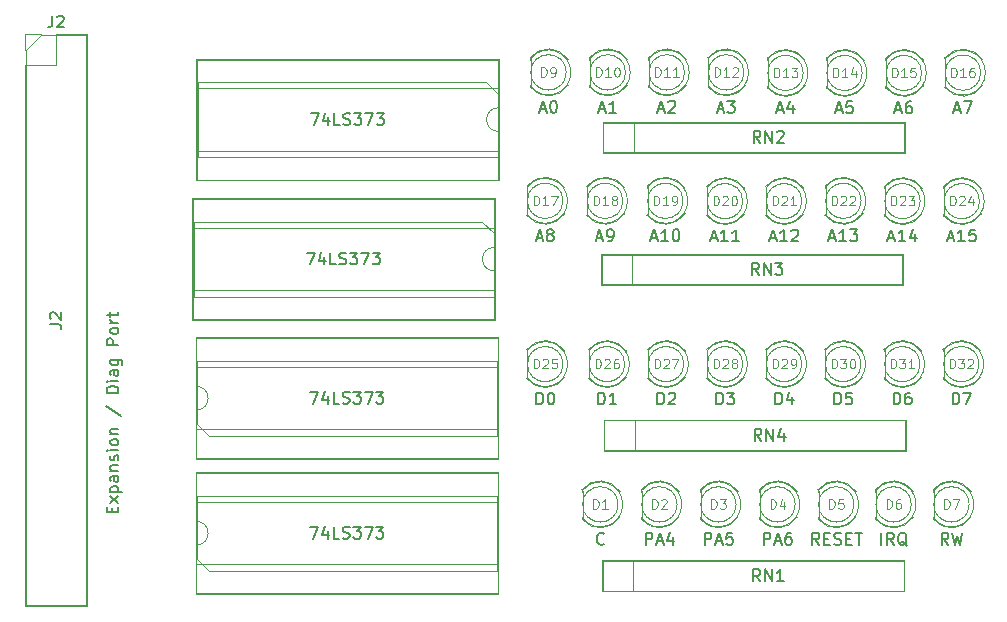
<source format=gbr>
%TF.GenerationSoftware,KiCad,Pcbnew,9.0.2*%
%TF.CreationDate,2025-06-04T16:37:23+01:00*%
%TF.ProjectId,6502ExpBoard,36353032-4578-4704-926f-6172642e6b69,rev?*%
%TF.SameCoordinates,Original*%
%TF.FileFunction,Legend,Top*%
%TF.FilePolarity,Positive*%
%FSLAX46Y46*%
G04 Gerber Fmt 4.6, Leading zero omitted, Abs format (unit mm)*
G04 Created by KiCad (PCBNEW 9.0.2) date 2025-06-04 16:37:23*
%MOMM*%
%LPD*%
G01*
G04 APERTURE LIST*
%ADD10C,0.150000*%
%ADD11C,0.120000*%
%ADD12C,0.100000*%
G04 APERTURE END LIST*
D10*
X97823952Y-72469819D02*
X98490618Y-72469819D01*
X98490618Y-72469819D02*
X98062047Y-73469819D01*
X99300142Y-72803152D02*
X99300142Y-73469819D01*
X99062047Y-72422200D02*
X98823952Y-73136485D01*
X98823952Y-73136485D02*
X99442999Y-73136485D01*
X100300142Y-73469819D02*
X99823952Y-73469819D01*
X99823952Y-73469819D02*
X99823952Y-72469819D01*
X100585857Y-73422200D02*
X100728714Y-73469819D01*
X100728714Y-73469819D02*
X100966809Y-73469819D01*
X100966809Y-73469819D02*
X101062047Y-73422200D01*
X101062047Y-73422200D02*
X101109666Y-73374580D01*
X101109666Y-73374580D02*
X101157285Y-73279342D01*
X101157285Y-73279342D02*
X101157285Y-73184104D01*
X101157285Y-73184104D02*
X101109666Y-73088866D01*
X101109666Y-73088866D02*
X101062047Y-73041247D01*
X101062047Y-73041247D02*
X100966809Y-72993628D01*
X100966809Y-72993628D02*
X100776333Y-72946009D01*
X100776333Y-72946009D02*
X100681095Y-72898390D01*
X100681095Y-72898390D02*
X100633476Y-72850771D01*
X100633476Y-72850771D02*
X100585857Y-72755533D01*
X100585857Y-72755533D02*
X100585857Y-72660295D01*
X100585857Y-72660295D02*
X100633476Y-72565057D01*
X100633476Y-72565057D02*
X100681095Y-72517438D01*
X100681095Y-72517438D02*
X100776333Y-72469819D01*
X100776333Y-72469819D02*
X101014428Y-72469819D01*
X101014428Y-72469819D02*
X101157285Y-72517438D01*
X101490619Y-72469819D02*
X102109666Y-72469819D01*
X102109666Y-72469819D02*
X101776333Y-72850771D01*
X101776333Y-72850771D02*
X101919190Y-72850771D01*
X101919190Y-72850771D02*
X102014428Y-72898390D01*
X102014428Y-72898390D02*
X102062047Y-72946009D01*
X102062047Y-72946009D02*
X102109666Y-73041247D01*
X102109666Y-73041247D02*
X102109666Y-73279342D01*
X102109666Y-73279342D02*
X102062047Y-73374580D01*
X102062047Y-73374580D02*
X102014428Y-73422200D01*
X102014428Y-73422200D02*
X101919190Y-73469819D01*
X101919190Y-73469819D02*
X101633476Y-73469819D01*
X101633476Y-73469819D02*
X101538238Y-73422200D01*
X101538238Y-73422200D02*
X101490619Y-73374580D01*
X102443000Y-72469819D02*
X103109666Y-72469819D01*
X103109666Y-72469819D02*
X102681095Y-73469819D01*
X103395381Y-72469819D02*
X104014428Y-72469819D01*
X104014428Y-72469819D02*
X103681095Y-72850771D01*
X103681095Y-72850771D02*
X103823952Y-72850771D01*
X103823952Y-72850771D02*
X103919190Y-72898390D01*
X103919190Y-72898390D02*
X103966809Y-72946009D01*
X103966809Y-72946009D02*
X104014428Y-73041247D01*
X104014428Y-73041247D02*
X104014428Y-73279342D01*
X104014428Y-73279342D02*
X103966809Y-73374580D01*
X103966809Y-73374580D02*
X103919190Y-73422200D01*
X103919190Y-73422200D02*
X103823952Y-73469819D01*
X103823952Y-73469819D02*
X103538238Y-73469819D01*
X103538238Y-73469819D02*
X103443000Y-73422200D01*
X103443000Y-73422200D02*
X103395381Y-73374580D01*
X132330714Y-37129104D02*
X132806904Y-37129104D01*
X132235476Y-37414819D02*
X132568809Y-36414819D01*
X132568809Y-36414819D02*
X132902142Y-37414819D01*
X133140238Y-36414819D02*
X133759285Y-36414819D01*
X133759285Y-36414819D02*
X133425952Y-36795771D01*
X133425952Y-36795771D02*
X133568809Y-36795771D01*
X133568809Y-36795771D02*
X133664047Y-36843390D01*
X133664047Y-36843390D02*
X133711666Y-36891009D01*
X133711666Y-36891009D02*
X133759285Y-36986247D01*
X133759285Y-36986247D02*
X133759285Y-37224342D01*
X133759285Y-37224342D02*
X133711666Y-37319580D01*
X133711666Y-37319580D02*
X133664047Y-37367200D01*
X133664047Y-37367200D02*
X133568809Y-37414819D01*
X133568809Y-37414819D02*
X133283095Y-37414819D01*
X133283095Y-37414819D02*
X133187857Y-37367200D01*
X133187857Y-37367200D02*
X133140238Y-37319580D01*
D11*
X132073571Y-34363855D02*
X132073571Y-33563855D01*
X132073571Y-33563855D02*
X132264047Y-33563855D01*
X132264047Y-33563855D02*
X132378333Y-33601950D01*
X132378333Y-33601950D02*
X132454523Y-33678140D01*
X132454523Y-33678140D02*
X132492618Y-33754331D01*
X132492618Y-33754331D02*
X132530714Y-33906712D01*
X132530714Y-33906712D02*
X132530714Y-34020998D01*
X132530714Y-34020998D02*
X132492618Y-34173379D01*
X132492618Y-34173379D02*
X132454523Y-34249569D01*
X132454523Y-34249569D02*
X132378333Y-34325760D01*
X132378333Y-34325760D02*
X132264047Y-34363855D01*
X132264047Y-34363855D02*
X132073571Y-34363855D01*
X133292618Y-34363855D02*
X132835475Y-34363855D01*
X133064047Y-34363855D02*
X133064047Y-33563855D01*
X133064047Y-33563855D02*
X132987856Y-33678140D01*
X132987856Y-33678140D02*
X132911666Y-33754331D01*
X132911666Y-33754331D02*
X132835475Y-33792426D01*
X133597380Y-33640045D02*
X133635476Y-33601950D01*
X133635476Y-33601950D02*
X133711666Y-33563855D01*
X133711666Y-33563855D02*
X133902142Y-33563855D01*
X133902142Y-33563855D02*
X133978333Y-33601950D01*
X133978333Y-33601950D02*
X134016428Y-33640045D01*
X134016428Y-33640045D02*
X134054523Y-33716236D01*
X134054523Y-33716236D02*
X134054523Y-33792426D01*
X134054523Y-33792426D02*
X134016428Y-33906712D01*
X134016428Y-33906712D02*
X133559285Y-34363855D01*
X133559285Y-34363855D02*
X134054523Y-34363855D01*
D10*
X141779524Y-48004104D02*
X142255714Y-48004104D01*
X141684286Y-48289819D02*
X142017619Y-47289819D01*
X142017619Y-47289819D02*
X142350952Y-48289819D01*
X143208095Y-48289819D02*
X142636667Y-48289819D01*
X142922381Y-48289819D02*
X142922381Y-47289819D01*
X142922381Y-47289819D02*
X142827143Y-47432676D01*
X142827143Y-47432676D02*
X142731905Y-47527914D01*
X142731905Y-47527914D02*
X142636667Y-47575533D01*
X143541429Y-47289819D02*
X144160476Y-47289819D01*
X144160476Y-47289819D02*
X143827143Y-47670771D01*
X143827143Y-47670771D02*
X143970000Y-47670771D01*
X143970000Y-47670771D02*
X144065238Y-47718390D01*
X144065238Y-47718390D02*
X144112857Y-47766009D01*
X144112857Y-47766009D02*
X144160476Y-47861247D01*
X144160476Y-47861247D02*
X144160476Y-48099342D01*
X144160476Y-48099342D02*
X144112857Y-48194580D01*
X144112857Y-48194580D02*
X144065238Y-48242200D01*
X144065238Y-48242200D02*
X143970000Y-48289819D01*
X143970000Y-48289819D02*
X143684286Y-48289819D01*
X143684286Y-48289819D02*
X143589048Y-48242200D01*
X143589048Y-48242200D02*
X143541429Y-48194580D01*
D11*
X141998571Y-45238855D02*
X141998571Y-44438855D01*
X141998571Y-44438855D02*
X142189047Y-44438855D01*
X142189047Y-44438855D02*
X142303333Y-44476950D01*
X142303333Y-44476950D02*
X142379523Y-44553140D01*
X142379523Y-44553140D02*
X142417618Y-44629331D01*
X142417618Y-44629331D02*
X142455714Y-44781712D01*
X142455714Y-44781712D02*
X142455714Y-44895998D01*
X142455714Y-44895998D02*
X142417618Y-45048379D01*
X142417618Y-45048379D02*
X142379523Y-45124569D01*
X142379523Y-45124569D02*
X142303333Y-45200760D01*
X142303333Y-45200760D02*
X142189047Y-45238855D01*
X142189047Y-45238855D02*
X141998571Y-45238855D01*
X142760475Y-44515045D02*
X142798571Y-44476950D01*
X142798571Y-44476950D02*
X142874761Y-44438855D01*
X142874761Y-44438855D02*
X143065237Y-44438855D01*
X143065237Y-44438855D02*
X143141428Y-44476950D01*
X143141428Y-44476950D02*
X143179523Y-44515045D01*
X143179523Y-44515045D02*
X143217618Y-44591236D01*
X143217618Y-44591236D02*
X143217618Y-44667426D01*
X143217618Y-44667426D02*
X143179523Y-44781712D01*
X143179523Y-44781712D02*
X142722380Y-45238855D01*
X142722380Y-45238855D02*
X143217618Y-45238855D01*
X143522380Y-44515045D02*
X143560476Y-44476950D01*
X143560476Y-44476950D02*
X143636666Y-44438855D01*
X143636666Y-44438855D02*
X143827142Y-44438855D01*
X143827142Y-44438855D02*
X143903333Y-44476950D01*
X143903333Y-44476950D02*
X143941428Y-44515045D01*
X143941428Y-44515045D02*
X143979523Y-44591236D01*
X143979523Y-44591236D02*
X143979523Y-44667426D01*
X143979523Y-44667426D02*
X143941428Y-44781712D01*
X143941428Y-44781712D02*
X143484285Y-45238855D01*
X143484285Y-45238855D02*
X143979523Y-45238855D01*
D10*
X122305714Y-37129104D02*
X122781904Y-37129104D01*
X122210476Y-37414819D02*
X122543809Y-36414819D01*
X122543809Y-36414819D02*
X122877142Y-37414819D01*
X123734285Y-37414819D02*
X123162857Y-37414819D01*
X123448571Y-37414819D02*
X123448571Y-36414819D01*
X123448571Y-36414819D02*
X123353333Y-36557676D01*
X123353333Y-36557676D02*
X123258095Y-36652914D01*
X123258095Y-36652914D02*
X123162857Y-36700533D01*
D11*
X122048571Y-34363855D02*
X122048571Y-33563855D01*
X122048571Y-33563855D02*
X122239047Y-33563855D01*
X122239047Y-33563855D02*
X122353333Y-33601950D01*
X122353333Y-33601950D02*
X122429523Y-33678140D01*
X122429523Y-33678140D02*
X122467618Y-33754331D01*
X122467618Y-33754331D02*
X122505714Y-33906712D01*
X122505714Y-33906712D02*
X122505714Y-34020998D01*
X122505714Y-34020998D02*
X122467618Y-34173379D01*
X122467618Y-34173379D02*
X122429523Y-34249569D01*
X122429523Y-34249569D02*
X122353333Y-34325760D01*
X122353333Y-34325760D02*
X122239047Y-34363855D01*
X122239047Y-34363855D02*
X122048571Y-34363855D01*
X123267618Y-34363855D02*
X122810475Y-34363855D01*
X123039047Y-34363855D02*
X123039047Y-33563855D01*
X123039047Y-33563855D02*
X122962856Y-33678140D01*
X122962856Y-33678140D02*
X122886666Y-33754331D01*
X122886666Y-33754331D02*
X122810475Y-33792426D01*
X123762857Y-33563855D02*
X123839047Y-33563855D01*
X123839047Y-33563855D02*
X123915238Y-33601950D01*
X123915238Y-33601950D02*
X123953333Y-33640045D01*
X123953333Y-33640045D02*
X123991428Y-33716236D01*
X123991428Y-33716236D02*
X124029523Y-33868617D01*
X124029523Y-33868617D02*
X124029523Y-34059093D01*
X124029523Y-34059093D02*
X123991428Y-34211474D01*
X123991428Y-34211474D02*
X123953333Y-34287664D01*
X123953333Y-34287664D02*
X123915238Y-34325760D01*
X123915238Y-34325760D02*
X123839047Y-34363855D01*
X123839047Y-34363855D02*
X123762857Y-34363855D01*
X123762857Y-34363855D02*
X123686666Y-34325760D01*
X123686666Y-34325760D02*
X123648571Y-34287664D01*
X123648571Y-34287664D02*
X123610476Y-34211474D01*
X123610476Y-34211474D02*
X123572380Y-34059093D01*
X123572380Y-34059093D02*
X123572380Y-33868617D01*
X123572380Y-33868617D02*
X123610476Y-33716236D01*
X123610476Y-33716236D02*
X123648571Y-33640045D01*
X123648571Y-33640045D02*
X123686666Y-33601950D01*
X123686666Y-33601950D02*
X123762857Y-33563855D01*
D10*
X127305714Y-37129104D02*
X127781904Y-37129104D01*
X127210476Y-37414819D02*
X127543809Y-36414819D01*
X127543809Y-36414819D02*
X127877142Y-37414819D01*
X128162857Y-36510057D02*
X128210476Y-36462438D01*
X128210476Y-36462438D02*
X128305714Y-36414819D01*
X128305714Y-36414819D02*
X128543809Y-36414819D01*
X128543809Y-36414819D02*
X128639047Y-36462438D01*
X128639047Y-36462438D02*
X128686666Y-36510057D01*
X128686666Y-36510057D02*
X128734285Y-36605295D01*
X128734285Y-36605295D02*
X128734285Y-36700533D01*
X128734285Y-36700533D02*
X128686666Y-36843390D01*
X128686666Y-36843390D02*
X128115238Y-37414819D01*
X128115238Y-37414819D02*
X128734285Y-37414819D01*
D11*
X127048571Y-34363855D02*
X127048571Y-33563855D01*
X127048571Y-33563855D02*
X127239047Y-33563855D01*
X127239047Y-33563855D02*
X127353333Y-33601950D01*
X127353333Y-33601950D02*
X127429523Y-33678140D01*
X127429523Y-33678140D02*
X127467618Y-33754331D01*
X127467618Y-33754331D02*
X127505714Y-33906712D01*
X127505714Y-33906712D02*
X127505714Y-34020998D01*
X127505714Y-34020998D02*
X127467618Y-34173379D01*
X127467618Y-34173379D02*
X127429523Y-34249569D01*
X127429523Y-34249569D02*
X127353333Y-34325760D01*
X127353333Y-34325760D02*
X127239047Y-34363855D01*
X127239047Y-34363855D02*
X127048571Y-34363855D01*
X128267618Y-34363855D02*
X127810475Y-34363855D01*
X128039047Y-34363855D02*
X128039047Y-33563855D01*
X128039047Y-33563855D02*
X127962856Y-33678140D01*
X127962856Y-33678140D02*
X127886666Y-33754331D01*
X127886666Y-33754331D02*
X127810475Y-33792426D01*
X129029523Y-34363855D02*
X128572380Y-34363855D01*
X128800952Y-34363855D02*
X128800952Y-33563855D01*
X128800952Y-33563855D02*
X128724761Y-33678140D01*
X128724761Y-33678140D02*
X128648571Y-33754331D01*
X128648571Y-33754331D02*
X128572380Y-33792426D01*
D10*
X142355714Y-37179104D02*
X142831904Y-37179104D01*
X142260476Y-37464819D02*
X142593809Y-36464819D01*
X142593809Y-36464819D02*
X142927142Y-37464819D01*
X143736666Y-36464819D02*
X143260476Y-36464819D01*
X143260476Y-36464819D02*
X143212857Y-36941009D01*
X143212857Y-36941009D02*
X143260476Y-36893390D01*
X143260476Y-36893390D02*
X143355714Y-36845771D01*
X143355714Y-36845771D02*
X143593809Y-36845771D01*
X143593809Y-36845771D02*
X143689047Y-36893390D01*
X143689047Y-36893390D02*
X143736666Y-36941009D01*
X143736666Y-36941009D02*
X143784285Y-37036247D01*
X143784285Y-37036247D02*
X143784285Y-37274342D01*
X143784285Y-37274342D02*
X143736666Y-37369580D01*
X143736666Y-37369580D02*
X143689047Y-37417200D01*
X143689047Y-37417200D02*
X143593809Y-37464819D01*
X143593809Y-37464819D02*
X143355714Y-37464819D01*
X143355714Y-37464819D02*
X143260476Y-37417200D01*
X143260476Y-37417200D02*
X143212857Y-37369580D01*
D11*
X142098571Y-34413855D02*
X142098571Y-33613855D01*
X142098571Y-33613855D02*
X142289047Y-33613855D01*
X142289047Y-33613855D02*
X142403333Y-33651950D01*
X142403333Y-33651950D02*
X142479523Y-33728140D01*
X142479523Y-33728140D02*
X142517618Y-33804331D01*
X142517618Y-33804331D02*
X142555714Y-33956712D01*
X142555714Y-33956712D02*
X142555714Y-34070998D01*
X142555714Y-34070998D02*
X142517618Y-34223379D01*
X142517618Y-34223379D02*
X142479523Y-34299569D01*
X142479523Y-34299569D02*
X142403333Y-34375760D01*
X142403333Y-34375760D02*
X142289047Y-34413855D01*
X142289047Y-34413855D02*
X142098571Y-34413855D01*
X143317618Y-34413855D02*
X142860475Y-34413855D01*
X143089047Y-34413855D02*
X143089047Y-33613855D01*
X143089047Y-33613855D02*
X143012856Y-33728140D01*
X143012856Y-33728140D02*
X142936666Y-33804331D01*
X142936666Y-33804331D02*
X142860475Y-33842426D01*
X144003333Y-33880521D02*
X144003333Y-34413855D01*
X143812857Y-33575760D02*
X143622380Y-34147188D01*
X143622380Y-34147188D02*
X144117619Y-34147188D01*
D10*
X137216905Y-62114819D02*
X137216905Y-61114819D01*
X137216905Y-61114819D02*
X137455000Y-61114819D01*
X137455000Y-61114819D02*
X137597857Y-61162438D01*
X137597857Y-61162438D02*
X137693095Y-61257676D01*
X137693095Y-61257676D02*
X137740714Y-61352914D01*
X137740714Y-61352914D02*
X137788333Y-61543390D01*
X137788333Y-61543390D02*
X137788333Y-61686247D01*
X137788333Y-61686247D02*
X137740714Y-61876723D01*
X137740714Y-61876723D02*
X137693095Y-61971961D01*
X137693095Y-61971961D02*
X137597857Y-62067200D01*
X137597857Y-62067200D02*
X137455000Y-62114819D01*
X137455000Y-62114819D02*
X137216905Y-62114819D01*
X138645476Y-61448152D02*
X138645476Y-62114819D01*
X138407381Y-61067200D02*
X138169286Y-61781485D01*
X138169286Y-61781485D02*
X138788333Y-61781485D01*
D11*
X136983571Y-59063855D02*
X136983571Y-58263855D01*
X136983571Y-58263855D02*
X137174047Y-58263855D01*
X137174047Y-58263855D02*
X137288333Y-58301950D01*
X137288333Y-58301950D02*
X137364523Y-58378140D01*
X137364523Y-58378140D02*
X137402618Y-58454331D01*
X137402618Y-58454331D02*
X137440714Y-58606712D01*
X137440714Y-58606712D02*
X137440714Y-58720998D01*
X137440714Y-58720998D02*
X137402618Y-58873379D01*
X137402618Y-58873379D02*
X137364523Y-58949569D01*
X137364523Y-58949569D02*
X137288333Y-59025760D01*
X137288333Y-59025760D02*
X137174047Y-59063855D01*
X137174047Y-59063855D02*
X136983571Y-59063855D01*
X137745475Y-58340045D02*
X137783571Y-58301950D01*
X137783571Y-58301950D02*
X137859761Y-58263855D01*
X137859761Y-58263855D02*
X138050237Y-58263855D01*
X138050237Y-58263855D02*
X138126428Y-58301950D01*
X138126428Y-58301950D02*
X138164523Y-58340045D01*
X138164523Y-58340045D02*
X138202618Y-58416236D01*
X138202618Y-58416236D02*
X138202618Y-58492426D01*
X138202618Y-58492426D02*
X138164523Y-58606712D01*
X138164523Y-58606712D02*
X137707380Y-59063855D01*
X137707380Y-59063855D02*
X138202618Y-59063855D01*
X138583571Y-59063855D02*
X138735952Y-59063855D01*
X138735952Y-59063855D02*
X138812142Y-59025760D01*
X138812142Y-59025760D02*
X138850238Y-58987664D01*
X138850238Y-58987664D02*
X138926428Y-58873379D01*
X138926428Y-58873379D02*
X138964523Y-58720998D01*
X138964523Y-58720998D02*
X138964523Y-58416236D01*
X138964523Y-58416236D02*
X138926428Y-58340045D01*
X138926428Y-58340045D02*
X138888333Y-58301950D01*
X138888333Y-58301950D02*
X138812142Y-58263855D01*
X138812142Y-58263855D02*
X138659761Y-58263855D01*
X138659761Y-58263855D02*
X138583571Y-58301950D01*
X138583571Y-58301950D02*
X138545476Y-58340045D01*
X138545476Y-58340045D02*
X138507380Y-58416236D01*
X138507380Y-58416236D02*
X138507380Y-58606712D01*
X138507380Y-58606712D02*
X138545476Y-58682902D01*
X138545476Y-58682902D02*
X138583571Y-58720998D01*
X138583571Y-58720998D02*
X138659761Y-58759093D01*
X138659761Y-58759093D02*
X138812142Y-58759093D01*
X138812142Y-58759093D02*
X138888333Y-58720998D01*
X138888333Y-58720998D02*
X138926428Y-58682902D01*
X138926428Y-58682902D02*
X138964523Y-58606712D01*
D10*
X147216905Y-62114819D02*
X147216905Y-61114819D01*
X147216905Y-61114819D02*
X147455000Y-61114819D01*
X147455000Y-61114819D02*
X147597857Y-61162438D01*
X147597857Y-61162438D02*
X147693095Y-61257676D01*
X147693095Y-61257676D02*
X147740714Y-61352914D01*
X147740714Y-61352914D02*
X147788333Y-61543390D01*
X147788333Y-61543390D02*
X147788333Y-61686247D01*
X147788333Y-61686247D02*
X147740714Y-61876723D01*
X147740714Y-61876723D02*
X147693095Y-61971961D01*
X147693095Y-61971961D02*
X147597857Y-62067200D01*
X147597857Y-62067200D02*
X147455000Y-62114819D01*
X147455000Y-62114819D02*
X147216905Y-62114819D01*
X148645476Y-61114819D02*
X148455000Y-61114819D01*
X148455000Y-61114819D02*
X148359762Y-61162438D01*
X148359762Y-61162438D02*
X148312143Y-61210057D01*
X148312143Y-61210057D02*
X148216905Y-61352914D01*
X148216905Y-61352914D02*
X148169286Y-61543390D01*
X148169286Y-61543390D02*
X148169286Y-61924342D01*
X148169286Y-61924342D02*
X148216905Y-62019580D01*
X148216905Y-62019580D02*
X148264524Y-62067200D01*
X148264524Y-62067200D02*
X148359762Y-62114819D01*
X148359762Y-62114819D02*
X148550238Y-62114819D01*
X148550238Y-62114819D02*
X148645476Y-62067200D01*
X148645476Y-62067200D02*
X148693095Y-62019580D01*
X148693095Y-62019580D02*
X148740714Y-61924342D01*
X148740714Y-61924342D02*
X148740714Y-61686247D01*
X148740714Y-61686247D02*
X148693095Y-61591009D01*
X148693095Y-61591009D02*
X148645476Y-61543390D01*
X148645476Y-61543390D02*
X148550238Y-61495771D01*
X148550238Y-61495771D02*
X148359762Y-61495771D01*
X148359762Y-61495771D02*
X148264524Y-61543390D01*
X148264524Y-61543390D02*
X148216905Y-61591009D01*
X148216905Y-61591009D02*
X148169286Y-61686247D01*
D11*
X146983571Y-59063855D02*
X146983571Y-58263855D01*
X146983571Y-58263855D02*
X147174047Y-58263855D01*
X147174047Y-58263855D02*
X147288333Y-58301950D01*
X147288333Y-58301950D02*
X147364523Y-58378140D01*
X147364523Y-58378140D02*
X147402618Y-58454331D01*
X147402618Y-58454331D02*
X147440714Y-58606712D01*
X147440714Y-58606712D02*
X147440714Y-58720998D01*
X147440714Y-58720998D02*
X147402618Y-58873379D01*
X147402618Y-58873379D02*
X147364523Y-58949569D01*
X147364523Y-58949569D02*
X147288333Y-59025760D01*
X147288333Y-59025760D02*
X147174047Y-59063855D01*
X147174047Y-59063855D02*
X146983571Y-59063855D01*
X147707380Y-58263855D02*
X148202618Y-58263855D01*
X148202618Y-58263855D02*
X147935952Y-58568617D01*
X147935952Y-58568617D02*
X148050237Y-58568617D01*
X148050237Y-58568617D02*
X148126428Y-58606712D01*
X148126428Y-58606712D02*
X148164523Y-58644807D01*
X148164523Y-58644807D02*
X148202618Y-58720998D01*
X148202618Y-58720998D02*
X148202618Y-58911474D01*
X148202618Y-58911474D02*
X148164523Y-58987664D01*
X148164523Y-58987664D02*
X148126428Y-59025760D01*
X148126428Y-59025760D02*
X148050237Y-59063855D01*
X148050237Y-59063855D02*
X147821666Y-59063855D01*
X147821666Y-59063855D02*
X147745475Y-59025760D01*
X147745475Y-59025760D02*
X147707380Y-58987664D01*
X148964523Y-59063855D02*
X148507380Y-59063855D01*
X148735952Y-59063855D02*
X148735952Y-58263855D01*
X148735952Y-58263855D02*
X148659761Y-58378140D01*
X148659761Y-58378140D02*
X148583571Y-58454331D01*
X148583571Y-58454331D02*
X148507380Y-58492426D01*
D10*
X126223333Y-73989819D02*
X126223333Y-72989819D01*
X126223333Y-72989819D02*
X126604285Y-72989819D01*
X126604285Y-72989819D02*
X126699523Y-73037438D01*
X126699523Y-73037438D02*
X126747142Y-73085057D01*
X126747142Y-73085057D02*
X126794761Y-73180295D01*
X126794761Y-73180295D02*
X126794761Y-73323152D01*
X126794761Y-73323152D02*
X126747142Y-73418390D01*
X126747142Y-73418390D02*
X126699523Y-73466009D01*
X126699523Y-73466009D02*
X126604285Y-73513628D01*
X126604285Y-73513628D02*
X126223333Y-73513628D01*
X127175714Y-73704104D02*
X127651904Y-73704104D01*
X127080476Y-73989819D02*
X127413809Y-72989819D01*
X127413809Y-72989819D02*
X127747142Y-73989819D01*
X128509047Y-73323152D02*
X128509047Y-73989819D01*
X128270952Y-72942200D02*
X128032857Y-73656485D01*
X128032857Y-73656485D02*
X128651904Y-73656485D01*
D11*
X126799524Y-70938855D02*
X126799524Y-70138855D01*
X126799524Y-70138855D02*
X126990000Y-70138855D01*
X126990000Y-70138855D02*
X127104286Y-70176950D01*
X127104286Y-70176950D02*
X127180476Y-70253140D01*
X127180476Y-70253140D02*
X127218571Y-70329331D01*
X127218571Y-70329331D02*
X127256667Y-70481712D01*
X127256667Y-70481712D02*
X127256667Y-70595998D01*
X127256667Y-70595998D02*
X127218571Y-70748379D01*
X127218571Y-70748379D02*
X127180476Y-70824569D01*
X127180476Y-70824569D02*
X127104286Y-70900760D01*
X127104286Y-70900760D02*
X126990000Y-70938855D01*
X126990000Y-70938855D02*
X126799524Y-70938855D01*
X127561428Y-70215045D02*
X127599524Y-70176950D01*
X127599524Y-70176950D02*
X127675714Y-70138855D01*
X127675714Y-70138855D02*
X127866190Y-70138855D01*
X127866190Y-70138855D02*
X127942381Y-70176950D01*
X127942381Y-70176950D02*
X127980476Y-70215045D01*
X127980476Y-70215045D02*
X128018571Y-70291236D01*
X128018571Y-70291236D02*
X128018571Y-70367426D01*
X128018571Y-70367426D02*
X127980476Y-70481712D01*
X127980476Y-70481712D02*
X127523333Y-70938855D01*
X127523333Y-70938855D02*
X128018571Y-70938855D01*
D10*
X97880952Y-37454819D02*
X98547618Y-37454819D01*
X98547618Y-37454819D02*
X98119047Y-38454819D01*
X99357142Y-37788152D02*
X99357142Y-38454819D01*
X99119047Y-37407200D02*
X98880952Y-38121485D01*
X98880952Y-38121485D02*
X99499999Y-38121485D01*
X100357142Y-38454819D02*
X99880952Y-38454819D01*
X99880952Y-38454819D02*
X99880952Y-37454819D01*
X100642857Y-38407200D02*
X100785714Y-38454819D01*
X100785714Y-38454819D02*
X101023809Y-38454819D01*
X101023809Y-38454819D02*
X101119047Y-38407200D01*
X101119047Y-38407200D02*
X101166666Y-38359580D01*
X101166666Y-38359580D02*
X101214285Y-38264342D01*
X101214285Y-38264342D02*
X101214285Y-38169104D01*
X101214285Y-38169104D02*
X101166666Y-38073866D01*
X101166666Y-38073866D02*
X101119047Y-38026247D01*
X101119047Y-38026247D02*
X101023809Y-37978628D01*
X101023809Y-37978628D02*
X100833333Y-37931009D01*
X100833333Y-37931009D02*
X100738095Y-37883390D01*
X100738095Y-37883390D02*
X100690476Y-37835771D01*
X100690476Y-37835771D02*
X100642857Y-37740533D01*
X100642857Y-37740533D02*
X100642857Y-37645295D01*
X100642857Y-37645295D02*
X100690476Y-37550057D01*
X100690476Y-37550057D02*
X100738095Y-37502438D01*
X100738095Y-37502438D02*
X100833333Y-37454819D01*
X100833333Y-37454819D02*
X101071428Y-37454819D01*
X101071428Y-37454819D02*
X101214285Y-37502438D01*
X101547619Y-37454819D02*
X102166666Y-37454819D01*
X102166666Y-37454819D02*
X101833333Y-37835771D01*
X101833333Y-37835771D02*
X101976190Y-37835771D01*
X101976190Y-37835771D02*
X102071428Y-37883390D01*
X102071428Y-37883390D02*
X102119047Y-37931009D01*
X102119047Y-37931009D02*
X102166666Y-38026247D01*
X102166666Y-38026247D02*
X102166666Y-38264342D01*
X102166666Y-38264342D02*
X102119047Y-38359580D01*
X102119047Y-38359580D02*
X102071428Y-38407200D01*
X102071428Y-38407200D02*
X101976190Y-38454819D01*
X101976190Y-38454819D02*
X101690476Y-38454819D01*
X101690476Y-38454819D02*
X101595238Y-38407200D01*
X101595238Y-38407200D02*
X101547619Y-38359580D01*
X102500000Y-37454819D02*
X103166666Y-37454819D01*
X103166666Y-37454819D02*
X102738095Y-38454819D01*
X103452381Y-37454819D02*
X104071428Y-37454819D01*
X104071428Y-37454819D02*
X103738095Y-37835771D01*
X103738095Y-37835771D02*
X103880952Y-37835771D01*
X103880952Y-37835771D02*
X103976190Y-37883390D01*
X103976190Y-37883390D02*
X104023809Y-37931009D01*
X104023809Y-37931009D02*
X104071428Y-38026247D01*
X104071428Y-38026247D02*
X104071428Y-38264342D01*
X104071428Y-38264342D02*
X104023809Y-38359580D01*
X104023809Y-38359580D02*
X103976190Y-38407200D01*
X103976190Y-38407200D02*
X103880952Y-38454819D01*
X103880952Y-38454819D02*
X103595238Y-38454819D01*
X103595238Y-38454819D02*
X103500000Y-38407200D01*
X103500000Y-38407200D02*
X103452381Y-38359580D01*
X146196191Y-73989819D02*
X146196191Y-72989819D01*
X147243809Y-73989819D02*
X146910476Y-73513628D01*
X146672381Y-73989819D02*
X146672381Y-72989819D01*
X146672381Y-72989819D02*
X147053333Y-72989819D01*
X147053333Y-72989819D02*
X147148571Y-73037438D01*
X147148571Y-73037438D02*
X147196190Y-73085057D01*
X147196190Y-73085057D02*
X147243809Y-73180295D01*
X147243809Y-73180295D02*
X147243809Y-73323152D01*
X147243809Y-73323152D02*
X147196190Y-73418390D01*
X147196190Y-73418390D02*
X147148571Y-73466009D01*
X147148571Y-73466009D02*
X147053333Y-73513628D01*
X147053333Y-73513628D02*
X146672381Y-73513628D01*
X148339047Y-74085057D02*
X148243809Y-74037438D01*
X148243809Y-74037438D02*
X148148571Y-73942200D01*
X148148571Y-73942200D02*
X148005714Y-73799342D01*
X148005714Y-73799342D02*
X147910476Y-73751723D01*
X147910476Y-73751723D02*
X147815238Y-73751723D01*
X147862857Y-73989819D02*
X147767619Y-73942200D01*
X147767619Y-73942200D02*
X147672381Y-73846961D01*
X147672381Y-73846961D02*
X147624762Y-73656485D01*
X147624762Y-73656485D02*
X147624762Y-73323152D01*
X147624762Y-73323152D02*
X147672381Y-73132676D01*
X147672381Y-73132676D02*
X147767619Y-73037438D01*
X147767619Y-73037438D02*
X147862857Y-72989819D01*
X147862857Y-72989819D02*
X148053333Y-72989819D01*
X148053333Y-72989819D02*
X148148571Y-73037438D01*
X148148571Y-73037438D02*
X148243809Y-73132676D01*
X148243809Y-73132676D02*
X148291428Y-73323152D01*
X148291428Y-73323152D02*
X148291428Y-73656485D01*
X148291428Y-73656485D02*
X148243809Y-73846961D01*
X148243809Y-73846961D02*
X148148571Y-73942200D01*
X148148571Y-73942200D02*
X148053333Y-73989819D01*
X148053333Y-73989819D02*
X147862857Y-73989819D01*
D11*
X146629524Y-70938855D02*
X146629524Y-70138855D01*
X146629524Y-70138855D02*
X146820000Y-70138855D01*
X146820000Y-70138855D02*
X146934286Y-70176950D01*
X146934286Y-70176950D02*
X147010476Y-70253140D01*
X147010476Y-70253140D02*
X147048571Y-70329331D01*
X147048571Y-70329331D02*
X147086667Y-70481712D01*
X147086667Y-70481712D02*
X147086667Y-70595998D01*
X147086667Y-70595998D02*
X147048571Y-70748379D01*
X147048571Y-70748379D02*
X147010476Y-70824569D01*
X147010476Y-70824569D02*
X146934286Y-70900760D01*
X146934286Y-70900760D02*
X146820000Y-70938855D01*
X146820000Y-70938855D02*
X146629524Y-70938855D01*
X147772381Y-70138855D02*
X147620000Y-70138855D01*
X147620000Y-70138855D02*
X147543809Y-70176950D01*
X147543809Y-70176950D02*
X147505714Y-70215045D01*
X147505714Y-70215045D02*
X147429524Y-70329331D01*
X147429524Y-70329331D02*
X147391428Y-70481712D01*
X147391428Y-70481712D02*
X147391428Y-70786474D01*
X147391428Y-70786474D02*
X147429524Y-70862664D01*
X147429524Y-70862664D02*
X147467619Y-70900760D01*
X147467619Y-70900760D02*
X147543809Y-70938855D01*
X147543809Y-70938855D02*
X147696190Y-70938855D01*
X147696190Y-70938855D02*
X147772381Y-70900760D01*
X147772381Y-70900760D02*
X147810476Y-70862664D01*
X147810476Y-70862664D02*
X147848571Y-70786474D01*
X147848571Y-70786474D02*
X147848571Y-70595998D01*
X147848571Y-70595998D02*
X147810476Y-70519807D01*
X147810476Y-70519807D02*
X147772381Y-70481712D01*
X147772381Y-70481712D02*
X147696190Y-70443617D01*
X147696190Y-70443617D02*
X147543809Y-70443617D01*
X147543809Y-70443617D02*
X147467619Y-70481712D01*
X147467619Y-70481712D02*
X147429524Y-70519807D01*
X147429524Y-70519807D02*
X147391428Y-70595998D01*
D10*
X122699523Y-73894580D02*
X122651904Y-73942200D01*
X122651904Y-73942200D02*
X122509047Y-73989819D01*
X122509047Y-73989819D02*
X122413809Y-73989819D01*
X122413809Y-73989819D02*
X122270952Y-73942200D01*
X122270952Y-73942200D02*
X122175714Y-73846961D01*
X122175714Y-73846961D02*
X122128095Y-73751723D01*
X122128095Y-73751723D02*
X122080476Y-73561247D01*
X122080476Y-73561247D02*
X122080476Y-73418390D01*
X122080476Y-73418390D02*
X122128095Y-73227914D01*
X122128095Y-73227914D02*
X122175714Y-73132676D01*
X122175714Y-73132676D02*
X122270952Y-73037438D01*
X122270952Y-73037438D02*
X122413809Y-72989819D01*
X122413809Y-72989819D02*
X122509047Y-72989819D01*
X122509047Y-72989819D02*
X122651904Y-73037438D01*
X122651904Y-73037438D02*
X122699523Y-73085057D01*
D11*
X121799524Y-70938855D02*
X121799524Y-70138855D01*
X121799524Y-70138855D02*
X121990000Y-70138855D01*
X121990000Y-70138855D02*
X122104286Y-70176950D01*
X122104286Y-70176950D02*
X122180476Y-70253140D01*
X122180476Y-70253140D02*
X122218571Y-70329331D01*
X122218571Y-70329331D02*
X122256667Y-70481712D01*
X122256667Y-70481712D02*
X122256667Y-70595998D01*
X122256667Y-70595998D02*
X122218571Y-70748379D01*
X122218571Y-70748379D02*
X122180476Y-70824569D01*
X122180476Y-70824569D02*
X122104286Y-70900760D01*
X122104286Y-70900760D02*
X121990000Y-70938855D01*
X121990000Y-70938855D02*
X121799524Y-70938855D01*
X123018571Y-70938855D02*
X122561428Y-70938855D01*
X122790000Y-70938855D02*
X122790000Y-70138855D01*
X122790000Y-70138855D02*
X122713809Y-70253140D01*
X122713809Y-70253140D02*
X122637619Y-70329331D01*
X122637619Y-70329331D02*
X122561428Y-70367426D01*
D10*
X135919523Y-77079819D02*
X135586190Y-76603628D01*
X135348095Y-77079819D02*
X135348095Y-76079819D01*
X135348095Y-76079819D02*
X135729047Y-76079819D01*
X135729047Y-76079819D02*
X135824285Y-76127438D01*
X135824285Y-76127438D02*
X135871904Y-76175057D01*
X135871904Y-76175057D02*
X135919523Y-76270295D01*
X135919523Y-76270295D02*
X135919523Y-76413152D01*
X135919523Y-76413152D02*
X135871904Y-76508390D01*
X135871904Y-76508390D02*
X135824285Y-76556009D01*
X135824285Y-76556009D02*
X135729047Y-76603628D01*
X135729047Y-76603628D02*
X135348095Y-76603628D01*
X136348095Y-77079819D02*
X136348095Y-76079819D01*
X136348095Y-76079819D02*
X136919523Y-77079819D01*
X136919523Y-77079819D02*
X136919523Y-76079819D01*
X137919523Y-77079819D02*
X137348095Y-77079819D01*
X137633809Y-77079819D02*
X137633809Y-76079819D01*
X137633809Y-76079819D02*
X137538571Y-76222676D01*
X137538571Y-76222676D02*
X137443333Y-76317914D01*
X137443333Y-76317914D02*
X137348095Y-76365533D01*
X117285714Y-37129104D02*
X117761904Y-37129104D01*
X117190476Y-37414819D02*
X117523809Y-36414819D01*
X117523809Y-36414819D02*
X117857142Y-37414819D01*
X118380952Y-36414819D02*
X118476190Y-36414819D01*
X118476190Y-36414819D02*
X118571428Y-36462438D01*
X118571428Y-36462438D02*
X118619047Y-36510057D01*
X118619047Y-36510057D02*
X118666666Y-36605295D01*
X118666666Y-36605295D02*
X118714285Y-36795771D01*
X118714285Y-36795771D02*
X118714285Y-37033866D01*
X118714285Y-37033866D02*
X118666666Y-37224342D01*
X118666666Y-37224342D02*
X118619047Y-37319580D01*
X118619047Y-37319580D02*
X118571428Y-37367200D01*
X118571428Y-37367200D02*
X118476190Y-37414819D01*
X118476190Y-37414819D02*
X118380952Y-37414819D01*
X118380952Y-37414819D02*
X118285714Y-37367200D01*
X118285714Y-37367200D02*
X118238095Y-37319580D01*
X118238095Y-37319580D02*
X118190476Y-37224342D01*
X118190476Y-37224342D02*
X118142857Y-37033866D01*
X118142857Y-37033866D02*
X118142857Y-36795771D01*
X118142857Y-36795771D02*
X118190476Y-36605295D01*
X118190476Y-36605295D02*
X118238095Y-36510057D01*
X118238095Y-36510057D02*
X118285714Y-36462438D01*
X118285714Y-36462438D02*
X118380952Y-36414819D01*
D11*
X117409524Y-34363855D02*
X117409524Y-33563855D01*
X117409524Y-33563855D02*
X117600000Y-33563855D01*
X117600000Y-33563855D02*
X117714286Y-33601950D01*
X117714286Y-33601950D02*
X117790476Y-33678140D01*
X117790476Y-33678140D02*
X117828571Y-33754331D01*
X117828571Y-33754331D02*
X117866667Y-33906712D01*
X117866667Y-33906712D02*
X117866667Y-34020998D01*
X117866667Y-34020998D02*
X117828571Y-34173379D01*
X117828571Y-34173379D02*
X117790476Y-34249569D01*
X117790476Y-34249569D02*
X117714286Y-34325760D01*
X117714286Y-34325760D02*
X117600000Y-34363855D01*
X117600000Y-34363855D02*
X117409524Y-34363855D01*
X118247619Y-34363855D02*
X118400000Y-34363855D01*
X118400000Y-34363855D02*
X118476190Y-34325760D01*
X118476190Y-34325760D02*
X118514286Y-34287664D01*
X118514286Y-34287664D02*
X118590476Y-34173379D01*
X118590476Y-34173379D02*
X118628571Y-34020998D01*
X118628571Y-34020998D02*
X118628571Y-33716236D01*
X118628571Y-33716236D02*
X118590476Y-33640045D01*
X118590476Y-33640045D02*
X118552381Y-33601950D01*
X118552381Y-33601950D02*
X118476190Y-33563855D01*
X118476190Y-33563855D02*
X118323809Y-33563855D01*
X118323809Y-33563855D02*
X118247619Y-33601950D01*
X118247619Y-33601950D02*
X118209524Y-33640045D01*
X118209524Y-33640045D02*
X118171428Y-33716236D01*
X118171428Y-33716236D02*
X118171428Y-33906712D01*
X118171428Y-33906712D02*
X118209524Y-33982902D01*
X118209524Y-33982902D02*
X118247619Y-34020998D01*
X118247619Y-34020998D02*
X118323809Y-34059093D01*
X118323809Y-34059093D02*
X118476190Y-34059093D01*
X118476190Y-34059093D02*
X118552381Y-34020998D01*
X118552381Y-34020998D02*
X118590476Y-33982902D01*
X118590476Y-33982902D02*
X118628571Y-33906712D01*
D10*
X126704524Y-48004104D02*
X127180714Y-48004104D01*
X126609286Y-48289819D02*
X126942619Y-47289819D01*
X126942619Y-47289819D02*
X127275952Y-48289819D01*
X128133095Y-48289819D02*
X127561667Y-48289819D01*
X127847381Y-48289819D02*
X127847381Y-47289819D01*
X127847381Y-47289819D02*
X127752143Y-47432676D01*
X127752143Y-47432676D02*
X127656905Y-47527914D01*
X127656905Y-47527914D02*
X127561667Y-47575533D01*
X128752143Y-47289819D02*
X128847381Y-47289819D01*
X128847381Y-47289819D02*
X128942619Y-47337438D01*
X128942619Y-47337438D02*
X128990238Y-47385057D01*
X128990238Y-47385057D02*
X129037857Y-47480295D01*
X129037857Y-47480295D02*
X129085476Y-47670771D01*
X129085476Y-47670771D02*
X129085476Y-47908866D01*
X129085476Y-47908866D02*
X129037857Y-48099342D01*
X129037857Y-48099342D02*
X128990238Y-48194580D01*
X128990238Y-48194580D02*
X128942619Y-48242200D01*
X128942619Y-48242200D02*
X128847381Y-48289819D01*
X128847381Y-48289819D02*
X128752143Y-48289819D01*
X128752143Y-48289819D02*
X128656905Y-48242200D01*
X128656905Y-48242200D02*
X128609286Y-48194580D01*
X128609286Y-48194580D02*
X128561667Y-48099342D01*
X128561667Y-48099342D02*
X128514048Y-47908866D01*
X128514048Y-47908866D02*
X128514048Y-47670771D01*
X128514048Y-47670771D02*
X128561667Y-47480295D01*
X128561667Y-47480295D02*
X128609286Y-47385057D01*
X128609286Y-47385057D02*
X128656905Y-47337438D01*
X128656905Y-47337438D02*
X128752143Y-47289819D01*
D11*
X126923571Y-45238855D02*
X126923571Y-44438855D01*
X126923571Y-44438855D02*
X127114047Y-44438855D01*
X127114047Y-44438855D02*
X127228333Y-44476950D01*
X127228333Y-44476950D02*
X127304523Y-44553140D01*
X127304523Y-44553140D02*
X127342618Y-44629331D01*
X127342618Y-44629331D02*
X127380714Y-44781712D01*
X127380714Y-44781712D02*
X127380714Y-44895998D01*
X127380714Y-44895998D02*
X127342618Y-45048379D01*
X127342618Y-45048379D02*
X127304523Y-45124569D01*
X127304523Y-45124569D02*
X127228333Y-45200760D01*
X127228333Y-45200760D02*
X127114047Y-45238855D01*
X127114047Y-45238855D02*
X126923571Y-45238855D01*
X128142618Y-45238855D02*
X127685475Y-45238855D01*
X127914047Y-45238855D02*
X127914047Y-44438855D01*
X127914047Y-44438855D02*
X127837856Y-44553140D01*
X127837856Y-44553140D02*
X127761666Y-44629331D01*
X127761666Y-44629331D02*
X127685475Y-44667426D01*
X128523571Y-45238855D02*
X128675952Y-45238855D01*
X128675952Y-45238855D02*
X128752142Y-45200760D01*
X128752142Y-45200760D02*
X128790238Y-45162664D01*
X128790238Y-45162664D02*
X128866428Y-45048379D01*
X128866428Y-45048379D02*
X128904523Y-44895998D01*
X128904523Y-44895998D02*
X128904523Y-44591236D01*
X128904523Y-44591236D02*
X128866428Y-44515045D01*
X128866428Y-44515045D02*
X128828333Y-44476950D01*
X128828333Y-44476950D02*
X128752142Y-44438855D01*
X128752142Y-44438855D02*
X128599761Y-44438855D01*
X128599761Y-44438855D02*
X128523571Y-44476950D01*
X128523571Y-44476950D02*
X128485476Y-44515045D01*
X128485476Y-44515045D02*
X128447380Y-44591236D01*
X128447380Y-44591236D02*
X128447380Y-44781712D01*
X128447380Y-44781712D02*
X128485476Y-44857902D01*
X128485476Y-44857902D02*
X128523571Y-44895998D01*
X128523571Y-44895998D02*
X128599761Y-44934093D01*
X128599761Y-44934093D02*
X128752142Y-44934093D01*
X128752142Y-44934093D02*
X128828333Y-44895998D01*
X128828333Y-44895998D02*
X128866428Y-44857902D01*
X128866428Y-44857902D02*
X128904523Y-44781712D01*
D10*
X142216905Y-62114819D02*
X142216905Y-61114819D01*
X142216905Y-61114819D02*
X142455000Y-61114819D01*
X142455000Y-61114819D02*
X142597857Y-61162438D01*
X142597857Y-61162438D02*
X142693095Y-61257676D01*
X142693095Y-61257676D02*
X142740714Y-61352914D01*
X142740714Y-61352914D02*
X142788333Y-61543390D01*
X142788333Y-61543390D02*
X142788333Y-61686247D01*
X142788333Y-61686247D02*
X142740714Y-61876723D01*
X142740714Y-61876723D02*
X142693095Y-61971961D01*
X142693095Y-61971961D02*
X142597857Y-62067200D01*
X142597857Y-62067200D02*
X142455000Y-62114819D01*
X142455000Y-62114819D02*
X142216905Y-62114819D01*
X143693095Y-61114819D02*
X143216905Y-61114819D01*
X143216905Y-61114819D02*
X143169286Y-61591009D01*
X143169286Y-61591009D02*
X143216905Y-61543390D01*
X143216905Y-61543390D02*
X143312143Y-61495771D01*
X143312143Y-61495771D02*
X143550238Y-61495771D01*
X143550238Y-61495771D02*
X143645476Y-61543390D01*
X143645476Y-61543390D02*
X143693095Y-61591009D01*
X143693095Y-61591009D02*
X143740714Y-61686247D01*
X143740714Y-61686247D02*
X143740714Y-61924342D01*
X143740714Y-61924342D02*
X143693095Y-62019580D01*
X143693095Y-62019580D02*
X143645476Y-62067200D01*
X143645476Y-62067200D02*
X143550238Y-62114819D01*
X143550238Y-62114819D02*
X143312143Y-62114819D01*
X143312143Y-62114819D02*
X143216905Y-62067200D01*
X143216905Y-62067200D02*
X143169286Y-62019580D01*
D11*
X141983571Y-59063855D02*
X141983571Y-58263855D01*
X141983571Y-58263855D02*
X142174047Y-58263855D01*
X142174047Y-58263855D02*
X142288333Y-58301950D01*
X142288333Y-58301950D02*
X142364523Y-58378140D01*
X142364523Y-58378140D02*
X142402618Y-58454331D01*
X142402618Y-58454331D02*
X142440714Y-58606712D01*
X142440714Y-58606712D02*
X142440714Y-58720998D01*
X142440714Y-58720998D02*
X142402618Y-58873379D01*
X142402618Y-58873379D02*
X142364523Y-58949569D01*
X142364523Y-58949569D02*
X142288333Y-59025760D01*
X142288333Y-59025760D02*
X142174047Y-59063855D01*
X142174047Y-59063855D02*
X141983571Y-59063855D01*
X142707380Y-58263855D02*
X143202618Y-58263855D01*
X143202618Y-58263855D02*
X142935952Y-58568617D01*
X142935952Y-58568617D02*
X143050237Y-58568617D01*
X143050237Y-58568617D02*
X143126428Y-58606712D01*
X143126428Y-58606712D02*
X143164523Y-58644807D01*
X143164523Y-58644807D02*
X143202618Y-58720998D01*
X143202618Y-58720998D02*
X143202618Y-58911474D01*
X143202618Y-58911474D02*
X143164523Y-58987664D01*
X143164523Y-58987664D02*
X143126428Y-59025760D01*
X143126428Y-59025760D02*
X143050237Y-59063855D01*
X143050237Y-59063855D02*
X142821666Y-59063855D01*
X142821666Y-59063855D02*
X142745475Y-59025760D01*
X142745475Y-59025760D02*
X142707380Y-58987664D01*
X143697857Y-58263855D02*
X143774047Y-58263855D01*
X143774047Y-58263855D02*
X143850238Y-58301950D01*
X143850238Y-58301950D02*
X143888333Y-58340045D01*
X143888333Y-58340045D02*
X143926428Y-58416236D01*
X143926428Y-58416236D02*
X143964523Y-58568617D01*
X143964523Y-58568617D02*
X143964523Y-58759093D01*
X143964523Y-58759093D02*
X143926428Y-58911474D01*
X143926428Y-58911474D02*
X143888333Y-58987664D01*
X143888333Y-58987664D02*
X143850238Y-59025760D01*
X143850238Y-59025760D02*
X143774047Y-59063855D01*
X143774047Y-59063855D02*
X143697857Y-59063855D01*
X143697857Y-59063855D02*
X143621666Y-59025760D01*
X143621666Y-59025760D02*
X143583571Y-58987664D01*
X143583571Y-58987664D02*
X143545476Y-58911474D01*
X143545476Y-58911474D02*
X143507380Y-58759093D01*
X143507380Y-58759093D02*
X143507380Y-58568617D01*
X143507380Y-58568617D02*
X143545476Y-58416236D01*
X143545476Y-58416236D02*
X143583571Y-58340045D01*
X143583571Y-58340045D02*
X143621666Y-58301950D01*
X143621666Y-58301950D02*
X143697857Y-58263855D01*
D10*
X116986905Y-62114819D02*
X116986905Y-61114819D01*
X116986905Y-61114819D02*
X117225000Y-61114819D01*
X117225000Y-61114819D02*
X117367857Y-61162438D01*
X117367857Y-61162438D02*
X117463095Y-61257676D01*
X117463095Y-61257676D02*
X117510714Y-61352914D01*
X117510714Y-61352914D02*
X117558333Y-61543390D01*
X117558333Y-61543390D02*
X117558333Y-61686247D01*
X117558333Y-61686247D02*
X117510714Y-61876723D01*
X117510714Y-61876723D02*
X117463095Y-61971961D01*
X117463095Y-61971961D02*
X117367857Y-62067200D01*
X117367857Y-62067200D02*
X117225000Y-62114819D01*
X117225000Y-62114819D02*
X116986905Y-62114819D01*
X118177381Y-61114819D02*
X118272619Y-61114819D01*
X118272619Y-61114819D02*
X118367857Y-61162438D01*
X118367857Y-61162438D02*
X118415476Y-61210057D01*
X118415476Y-61210057D02*
X118463095Y-61305295D01*
X118463095Y-61305295D02*
X118510714Y-61495771D01*
X118510714Y-61495771D02*
X118510714Y-61733866D01*
X118510714Y-61733866D02*
X118463095Y-61924342D01*
X118463095Y-61924342D02*
X118415476Y-62019580D01*
X118415476Y-62019580D02*
X118367857Y-62067200D01*
X118367857Y-62067200D02*
X118272619Y-62114819D01*
X118272619Y-62114819D02*
X118177381Y-62114819D01*
X118177381Y-62114819D02*
X118082143Y-62067200D01*
X118082143Y-62067200D02*
X118034524Y-62019580D01*
X118034524Y-62019580D02*
X117986905Y-61924342D01*
X117986905Y-61924342D02*
X117939286Y-61733866D01*
X117939286Y-61733866D02*
X117939286Y-61495771D01*
X117939286Y-61495771D02*
X117986905Y-61305295D01*
X117986905Y-61305295D02*
X118034524Y-61210057D01*
X118034524Y-61210057D02*
X118082143Y-61162438D01*
X118082143Y-61162438D02*
X118177381Y-61114819D01*
D11*
X116753571Y-59063855D02*
X116753571Y-58263855D01*
X116753571Y-58263855D02*
X116944047Y-58263855D01*
X116944047Y-58263855D02*
X117058333Y-58301950D01*
X117058333Y-58301950D02*
X117134523Y-58378140D01*
X117134523Y-58378140D02*
X117172618Y-58454331D01*
X117172618Y-58454331D02*
X117210714Y-58606712D01*
X117210714Y-58606712D02*
X117210714Y-58720998D01*
X117210714Y-58720998D02*
X117172618Y-58873379D01*
X117172618Y-58873379D02*
X117134523Y-58949569D01*
X117134523Y-58949569D02*
X117058333Y-59025760D01*
X117058333Y-59025760D02*
X116944047Y-59063855D01*
X116944047Y-59063855D02*
X116753571Y-59063855D01*
X117515475Y-58340045D02*
X117553571Y-58301950D01*
X117553571Y-58301950D02*
X117629761Y-58263855D01*
X117629761Y-58263855D02*
X117820237Y-58263855D01*
X117820237Y-58263855D02*
X117896428Y-58301950D01*
X117896428Y-58301950D02*
X117934523Y-58340045D01*
X117934523Y-58340045D02*
X117972618Y-58416236D01*
X117972618Y-58416236D02*
X117972618Y-58492426D01*
X117972618Y-58492426D02*
X117934523Y-58606712D01*
X117934523Y-58606712D02*
X117477380Y-59063855D01*
X117477380Y-59063855D02*
X117972618Y-59063855D01*
X118696428Y-58263855D02*
X118315476Y-58263855D01*
X118315476Y-58263855D02*
X118277380Y-58644807D01*
X118277380Y-58644807D02*
X118315476Y-58606712D01*
X118315476Y-58606712D02*
X118391666Y-58568617D01*
X118391666Y-58568617D02*
X118582142Y-58568617D01*
X118582142Y-58568617D02*
X118658333Y-58606712D01*
X118658333Y-58606712D02*
X118696428Y-58644807D01*
X118696428Y-58644807D02*
X118734523Y-58720998D01*
X118734523Y-58720998D02*
X118734523Y-58911474D01*
X118734523Y-58911474D02*
X118696428Y-58987664D01*
X118696428Y-58987664D02*
X118658333Y-59025760D01*
X118658333Y-59025760D02*
X118582142Y-59063855D01*
X118582142Y-59063855D02*
X118391666Y-59063855D01*
X118391666Y-59063855D02*
X118315476Y-59025760D01*
X118315476Y-59025760D02*
X118277380Y-58987664D01*
D10*
X131754524Y-48029104D02*
X132230714Y-48029104D01*
X131659286Y-48314819D02*
X131992619Y-47314819D01*
X131992619Y-47314819D02*
X132325952Y-48314819D01*
X133183095Y-48314819D02*
X132611667Y-48314819D01*
X132897381Y-48314819D02*
X132897381Y-47314819D01*
X132897381Y-47314819D02*
X132802143Y-47457676D01*
X132802143Y-47457676D02*
X132706905Y-47552914D01*
X132706905Y-47552914D02*
X132611667Y-47600533D01*
X134135476Y-48314819D02*
X133564048Y-48314819D01*
X133849762Y-48314819D02*
X133849762Y-47314819D01*
X133849762Y-47314819D02*
X133754524Y-47457676D01*
X133754524Y-47457676D02*
X133659286Y-47552914D01*
X133659286Y-47552914D02*
X133564048Y-47600533D01*
D11*
X131973571Y-45263855D02*
X131973571Y-44463855D01*
X131973571Y-44463855D02*
X132164047Y-44463855D01*
X132164047Y-44463855D02*
X132278333Y-44501950D01*
X132278333Y-44501950D02*
X132354523Y-44578140D01*
X132354523Y-44578140D02*
X132392618Y-44654331D01*
X132392618Y-44654331D02*
X132430714Y-44806712D01*
X132430714Y-44806712D02*
X132430714Y-44920998D01*
X132430714Y-44920998D02*
X132392618Y-45073379D01*
X132392618Y-45073379D02*
X132354523Y-45149569D01*
X132354523Y-45149569D02*
X132278333Y-45225760D01*
X132278333Y-45225760D02*
X132164047Y-45263855D01*
X132164047Y-45263855D02*
X131973571Y-45263855D01*
X132735475Y-44540045D02*
X132773571Y-44501950D01*
X132773571Y-44501950D02*
X132849761Y-44463855D01*
X132849761Y-44463855D02*
X133040237Y-44463855D01*
X133040237Y-44463855D02*
X133116428Y-44501950D01*
X133116428Y-44501950D02*
X133154523Y-44540045D01*
X133154523Y-44540045D02*
X133192618Y-44616236D01*
X133192618Y-44616236D02*
X133192618Y-44692426D01*
X133192618Y-44692426D02*
X133154523Y-44806712D01*
X133154523Y-44806712D02*
X132697380Y-45263855D01*
X132697380Y-45263855D02*
X133192618Y-45263855D01*
X133687857Y-44463855D02*
X133764047Y-44463855D01*
X133764047Y-44463855D02*
X133840238Y-44501950D01*
X133840238Y-44501950D02*
X133878333Y-44540045D01*
X133878333Y-44540045D02*
X133916428Y-44616236D01*
X133916428Y-44616236D02*
X133954523Y-44768617D01*
X133954523Y-44768617D02*
X133954523Y-44959093D01*
X133954523Y-44959093D02*
X133916428Y-45111474D01*
X133916428Y-45111474D02*
X133878333Y-45187664D01*
X133878333Y-45187664D02*
X133840238Y-45225760D01*
X133840238Y-45225760D02*
X133764047Y-45263855D01*
X133764047Y-45263855D02*
X133687857Y-45263855D01*
X133687857Y-45263855D02*
X133611666Y-45225760D01*
X133611666Y-45225760D02*
X133573571Y-45187664D01*
X133573571Y-45187664D02*
X133535476Y-45111474D01*
X133535476Y-45111474D02*
X133497380Y-44959093D01*
X133497380Y-44959093D02*
X133497380Y-44768617D01*
X133497380Y-44768617D02*
X133535476Y-44616236D01*
X133535476Y-44616236D02*
X133573571Y-44540045D01*
X133573571Y-44540045D02*
X133611666Y-44501950D01*
X133611666Y-44501950D02*
X133687857Y-44463855D01*
D10*
X131223333Y-73989819D02*
X131223333Y-72989819D01*
X131223333Y-72989819D02*
X131604285Y-72989819D01*
X131604285Y-72989819D02*
X131699523Y-73037438D01*
X131699523Y-73037438D02*
X131747142Y-73085057D01*
X131747142Y-73085057D02*
X131794761Y-73180295D01*
X131794761Y-73180295D02*
X131794761Y-73323152D01*
X131794761Y-73323152D02*
X131747142Y-73418390D01*
X131747142Y-73418390D02*
X131699523Y-73466009D01*
X131699523Y-73466009D02*
X131604285Y-73513628D01*
X131604285Y-73513628D02*
X131223333Y-73513628D01*
X132175714Y-73704104D02*
X132651904Y-73704104D01*
X132080476Y-73989819D02*
X132413809Y-72989819D01*
X132413809Y-72989819D02*
X132747142Y-73989819D01*
X133556666Y-72989819D02*
X133080476Y-72989819D01*
X133080476Y-72989819D02*
X133032857Y-73466009D01*
X133032857Y-73466009D02*
X133080476Y-73418390D01*
X133080476Y-73418390D02*
X133175714Y-73370771D01*
X133175714Y-73370771D02*
X133413809Y-73370771D01*
X133413809Y-73370771D02*
X133509047Y-73418390D01*
X133509047Y-73418390D02*
X133556666Y-73466009D01*
X133556666Y-73466009D02*
X133604285Y-73561247D01*
X133604285Y-73561247D02*
X133604285Y-73799342D01*
X133604285Y-73799342D02*
X133556666Y-73894580D01*
X133556666Y-73894580D02*
X133509047Y-73942200D01*
X133509047Y-73942200D02*
X133413809Y-73989819D01*
X133413809Y-73989819D02*
X133175714Y-73989819D01*
X133175714Y-73989819D02*
X133080476Y-73942200D01*
X133080476Y-73942200D02*
X133032857Y-73894580D01*
D11*
X131799524Y-70938855D02*
X131799524Y-70138855D01*
X131799524Y-70138855D02*
X131990000Y-70138855D01*
X131990000Y-70138855D02*
X132104286Y-70176950D01*
X132104286Y-70176950D02*
X132180476Y-70253140D01*
X132180476Y-70253140D02*
X132218571Y-70329331D01*
X132218571Y-70329331D02*
X132256667Y-70481712D01*
X132256667Y-70481712D02*
X132256667Y-70595998D01*
X132256667Y-70595998D02*
X132218571Y-70748379D01*
X132218571Y-70748379D02*
X132180476Y-70824569D01*
X132180476Y-70824569D02*
X132104286Y-70900760D01*
X132104286Y-70900760D02*
X131990000Y-70938855D01*
X131990000Y-70938855D02*
X131799524Y-70938855D01*
X132523333Y-70138855D02*
X133018571Y-70138855D01*
X133018571Y-70138855D02*
X132751905Y-70443617D01*
X132751905Y-70443617D02*
X132866190Y-70443617D01*
X132866190Y-70443617D02*
X132942381Y-70481712D01*
X132942381Y-70481712D02*
X132980476Y-70519807D01*
X132980476Y-70519807D02*
X133018571Y-70595998D01*
X133018571Y-70595998D02*
X133018571Y-70786474D01*
X133018571Y-70786474D02*
X132980476Y-70862664D01*
X132980476Y-70862664D02*
X132942381Y-70900760D01*
X132942381Y-70900760D02*
X132866190Y-70938855D01*
X132866190Y-70938855D02*
X132637619Y-70938855D01*
X132637619Y-70938855D02*
X132561428Y-70900760D01*
X132561428Y-70900760D02*
X132523333Y-70862664D01*
D10*
X135944523Y-39954819D02*
X135611190Y-39478628D01*
X135373095Y-39954819D02*
X135373095Y-38954819D01*
X135373095Y-38954819D02*
X135754047Y-38954819D01*
X135754047Y-38954819D02*
X135849285Y-39002438D01*
X135849285Y-39002438D02*
X135896904Y-39050057D01*
X135896904Y-39050057D02*
X135944523Y-39145295D01*
X135944523Y-39145295D02*
X135944523Y-39288152D01*
X135944523Y-39288152D02*
X135896904Y-39383390D01*
X135896904Y-39383390D02*
X135849285Y-39431009D01*
X135849285Y-39431009D02*
X135754047Y-39478628D01*
X135754047Y-39478628D02*
X135373095Y-39478628D01*
X136373095Y-39954819D02*
X136373095Y-38954819D01*
X136373095Y-38954819D02*
X136944523Y-39954819D01*
X136944523Y-39954819D02*
X136944523Y-38954819D01*
X137373095Y-39050057D02*
X137420714Y-39002438D01*
X137420714Y-39002438D02*
X137515952Y-38954819D01*
X137515952Y-38954819D02*
X137754047Y-38954819D01*
X137754047Y-38954819D02*
X137849285Y-39002438D01*
X137849285Y-39002438D02*
X137896904Y-39050057D01*
X137896904Y-39050057D02*
X137944523Y-39145295D01*
X137944523Y-39145295D02*
X137944523Y-39240533D01*
X137944523Y-39240533D02*
X137896904Y-39383390D01*
X137896904Y-39383390D02*
X137325476Y-39954819D01*
X137325476Y-39954819D02*
X137944523Y-39954819D01*
X127216905Y-62114819D02*
X127216905Y-61114819D01*
X127216905Y-61114819D02*
X127455000Y-61114819D01*
X127455000Y-61114819D02*
X127597857Y-61162438D01*
X127597857Y-61162438D02*
X127693095Y-61257676D01*
X127693095Y-61257676D02*
X127740714Y-61352914D01*
X127740714Y-61352914D02*
X127788333Y-61543390D01*
X127788333Y-61543390D02*
X127788333Y-61686247D01*
X127788333Y-61686247D02*
X127740714Y-61876723D01*
X127740714Y-61876723D02*
X127693095Y-61971961D01*
X127693095Y-61971961D02*
X127597857Y-62067200D01*
X127597857Y-62067200D02*
X127455000Y-62114819D01*
X127455000Y-62114819D02*
X127216905Y-62114819D01*
X128169286Y-61210057D02*
X128216905Y-61162438D01*
X128216905Y-61162438D02*
X128312143Y-61114819D01*
X128312143Y-61114819D02*
X128550238Y-61114819D01*
X128550238Y-61114819D02*
X128645476Y-61162438D01*
X128645476Y-61162438D02*
X128693095Y-61210057D01*
X128693095Y-61210057D02*
X128740714Y-61305295D01*
X128740714Y-61305295D02*
X128740714Y-61400533D01*
X128740714Y-61400533D02*
X128693095Y-61543390D01*
X128693095Y-61543390D02*
X128121667Y-62114819D01*
X128121667Y-62114819D02*
X128740714Y-62114819D01*
D11*
X126983571Y-59063855D02*
X126983571Y-58263855D01*
X126983571Y-58263855D02*
X127174047Y-58263855D01*
X127174047Y-58263855D02*
X127288333Y-58301950D01*
X127288333Y-58301950D02*
X127364523Y-58378140D01*
X127364523Y-58378140D02*
X127402618Y-58454331D01*
X127402618Y-58454331D02*
X127440714Y-58606712D01*
X127440714Y-58606712D02*
X127440714Y-58720998D01*
X127440714Y-58720998D02*
X127402618Y-58873379D01*
X127402618Y-58873379D02*
X127364523Y-58949569D01*
X127364523Y-58949569D02*
X127288333Y-59025760D01*
X127288333Y-59025760D02*
X127174047Y-59063855D01*
X127174047Y-59063855D02*
X126983571Y-59063855D01*
X127745475Y-58340045D02*
X127783571Y-58301950D01*
X127783571Y-58301950D02*
X127859761Y-58263855D01*
X127859761Y-58263855D02*
X128050237Y-58263855D01*
X128050237Y-58263855D02*
X128126428Y-58301950D01*
X128126428Y-58301950D02*
X128164523Y-58340045D01*
X128164523Y-58340045D02*
X128202618Y-58416236D01*
X128202618Y-58416236D02*
X128202618Y-58492426D01*
X128202618Y-58492426D02*
X128164523Y-58606712D01*
X128164523Y-58606712D02*
X127707380Y-59063855D01*
X127707380Y-59063855D02*
X128202618Y-59063855D01*
X128469285Y-58263855D02*
X129002619Y-58263855D01*
X129002619Y-58263855D02*
X128659761Y-59063855D01*
D10*
X97823952Y-61039819D02*
X98490618Y-61039819D01*
X98490618Y-61039819D02*
X98062047Y-62039819D01*
X99300142Y-61373152D02*
X99300142Y-62039819D01*
X99062047Y-60992200D02*
X98823952Y-61706485D01*
X98823952Y-61706485D02*
X99442999Y-61706485D01*
X100300142Y-62039819D02*
X99823952Y-62039819D01*
X99823952Y-62039819D02*
X99823952Y-61039819D01*
X100585857Y-61992200D02*
X100728714Y-62039819D01*
X100728714Y-62039819D02*
X100966809Y-62039819D01*
X100966809Y-62039819D02*
X101062047Y-61992200D01*
X101062047Y-61992200D02*
X101109666Y-61944580D01*
X101109666Y-61944580D02*
X101157285Y-61849342D01*
X101157285Y-61849342D02*
X101157285Y-61754104D01*
X101157285Y-61754104D02*
X101109666Y-61658866D01*
X101109666Y-61658866D02*
X101062047Y-61611247D01*
X101062047Y-61611247D02*
X100966809Y-61563628D01*
X100966809Y-61563628D02*
X100776333Y-61516009D01*
X100776333Y-61516009D02*
X100681095Y-61468390D01*
X100681095Y-61468390D02*
X100633476Y-61420771D01*
X100633476Y-61420771D02*
X100585857Y-61325533D01*
X100585857Y-61325533D02*
X100585857Y-61230295D01*
X100585857Y-61230295D02*
X100633476Y-61135057D01*
X100633476Y-61135057D02*
X100681095Y-61087438D01*
X100681095Y-61087438D02*
X100776333Y-61039819D01*
X100776333Y-61039819D02*
X101014428Y-61039819D01*
X101014428Y-61039819D02*
X101157285Y-61087438D01*
X101490619Y-61039819D02*
X102109666Y-61039819D01*
X102109666Y-61039819D02*
X101776333Y-61420771D01*
X101776333Y-61420771D02*
X101919190Y-61420771D01*
X101919190Y-61420771D02*
X102014428Y-61468390D01*
X102014428Y-61468390D02*
X102062047Y-61516009D01*
X102062047Y-61516009D02*
X102109666Y-61611247D01*
X102109666Y-61611247D02*
X102109666Y-61849342D01*
X102109666Y-61849342D02*
X102062047Y-61944580D01*
X102062047Y-61944580D02*
X102014428Y-61992200D01*
X102014428Y-61992200D02*
X101919190Y-62039819D01*
X101919190Y-62039819D02*
X101633476Y-62039819D01*
X101633476Y-62039819D02*
X101538238Y-61992200D01*
X101538238Y-61992200D02*
X101490619Y-61944580D01*
X102443000Y-61039819D02*
X103109666Y-61039819D01*
X103109666Y-61039819D02*
X102681095Y-62039819D01*
X103395381Y-61039819D02*
X104014428Y-61039819D01*
X104014428Y-61039819D02*
X103681095Y-61420771D01*
X103681095Y-61420771D02*
X103823952Y-61420771D01*
X103823952Y-61420771D02*
X103919190Y-61468390D01*
X103919190Y-61468390D02*
X103966809Y-61516009D01*
X103966809Y-61516009D02*
X104014428Y-61611247D01*
X104014428Y-61611247D02*
X104014428Y-61849342D01*
X104014428Y-61849342D02*
X103966809Y-61944580D01*
X103966809Y-61944580D02*
X103919190Y-61992200D01*
X103919190Y-61992200D02*
X103823952Y-62039819D01*
X103823952Y-62039819D02*
X103538238Y-62039819D01*
X103538238Y-62039819D02*
X103443000Y-61992200D01*
X103443000Y-61992200D02*
X103395381Y-61944580D01*
X122216905Y-62114819D02*
X122216905Y-61114819D01*
X122216905Y-61114819D02*
X122455000Y-61114819D01*
X122455000Y-61114819D02*
X122597857Y-61162438D01*
X122597857Y-61162438D02*
X122693095Y-61257676D01*
X122693095Y-61257676D02*
X122740714Y-61352914D01*
X122740714Y-61352914D02*
X122788333Y-61543390D01*
X122788333Y-61543390D02*
X122788333Y-61686247D01*
X122788333Y-61686247D02*
X122740714Y-61876723D01*
X122740714Y-61876723D02*
X122693095Y-61971961D01*
X122693095Y-61971961D02*
X122597857Y-62067200D01*
X122597857Y-62067200D02*
X122455000Y-62114819D01*
X122455000Y-62114819D02*
X122216905Y-62114819D01*
X123740714Y-62114819D02*
X123169286Y-62114819D01*
X123455000Y-62114819D02*
X123455000Y-61114819D01*
X123455000Y-61114819D02*
X123359762Y-61257676D01*
X123359762Y-61257676D02*
X123264524Y-61352914D01*
X123264524Y-61352914D02*
X123169286Y-61400533D01*
D11*
X121983571Y-59063855D02*
X121983571Y-58263855D01*
X121983571Y-58263855D02*
X122174047Y-58263855D01*
X122174047Y-58263855D02*
X122288333Y-58301950D01*
X122288333Y-58301950D02*
X122364523Y-58378140D01*
X122364523Y-58378140D02*
X122402618Y-58454331D01*
X122402618Y-58454331D02*
X122440714Y-58606712D01*
X122440714Y-58606712D02*
X122440714Y-58720998D01*
X122440714Y-58720998D02*
X122402618Y-58873379D01*
X122402618Y-58873379D02*
X122364523Y-58949569D01*
X122364523Y-58949569D02*
X122288333Y-59025760D01*
X122288333Y-59025760D02*
X122174047Y-59063855D01*
X122174047Y-59063855D02*
X121983571Y-59063855D01*
X122745475Y-58340045D02*
X122783571Y-58301950D01*
X122783571Y-58301950D02*
X122859761Y-58263855D01*
X122859761Y-58263855D02*
X123050237Y-58263855D01*
X123050237Y-58263855D02*
X123126428Y-58301950D01*
X123126428Y-58301950D02*
X123164523Y-58340045D01*
X123164523Y-58340045D02*
X123202618Y-58416236D01*
X123202618Y-58416236D02*
X123202618Y-58492426D01*
X123202618Y-58492426D02*
X123164523Y-58606712D01*
X123164523Y-58606712D02*
X122707380Y-59063855D01*
X122707380Y-59063855D02*
X123202618Y-59063855D01*
X123888333Y-58263855D02*
X123735952Y-58263855D01*
X123735952Y-58263855D02*
X123659761Y-58301950D01*
X123659761Y-58301950D02*
X123621666Y-58340045D01*
X123621666Y-58340045D02*
X123545476Y-58454331D01*
X123545476Y-58454331D02*
X123507380Y-58606712D01*
X123507380Y-58606712D02*
X123507380Y-58911474D01*
X123507380Y-58911474D02*
X123545476Y-58987664D01*
X123545476Y-58987664D02*
X123583571Y-59025760D01*
X123583571Y-59025760D02*
X123659761Y-59063855D01*
X123659761Y-59063855D02*
X123812142Y-59063855D01*
X123812142Y-59063855D02*
X123888333Y-59025760D01*
X123888333Y-59025760D02*
X123926428Y-58987664D01*
X123926428Y-58987664D02*
X123964523Y-58911474D01*
X123964523Y-58911474D02*
X123964523Y-58720998D01*
X123964523Y-58720998D02*
X123926428Y-58644807D01*
X123926428Y-58644807D02*
X123888333Y-58606712D01*
X123888333Y-58606712D02*
X123812142Y-58568617D01*
X123812142Y-58568617D02*
X123659761Y-58568617D01*
X123659761Y-58568617D02*
X123583571Y-58606712D01*
X123583571Y-58606712D02*
X123545476Y-58644807D01*
X123545476Y-58644807D02*
X123507380Y-58720998D01*
D10*
X151858095Y-73989819D02*
X151524762Y-73513628D01*
X151286667Y-73989819D02*
X151286667Y-72989819D01*
X151286667Y-72989819D02*
X151667619Y-72989819D01*
X151667619Y-72989819D02*
X151762857Y-73037438D01*
X151762857Y-73037438D02*
X151810476Y-73085057D01*
X151810476Y-73085057D02*
X151858095Y-73180295D01*
X151858095Y-73180295D02*
X151858095Y-73323152D01*
X151858095Y-73323152D02*
X151810476Y-73418390D01*
X151810476Y-73418390D02*
X151762857Y-73466009D01*
X151762857Y-73466009D02*
X151667619Y-73513628D01*
X151667619Y-73513628D02*
X151286667Y-73513628D01*
X152191429Y-72989819D02*
X152429524Y-73989819D01*
X152429524Y-73989819D02*
X152620000Y-73275533D01*
X152620000Y-73275533D02*
X152810476Y-73989819D01*
X152810476Y-73989819D02*
X153048572Y-72989819D01*
D11*
X151529524Y-70938855D02*
X151529524Y-70138855D01*
X151529524Y-70138855D02*
X151720000Y-70138855D01*
X151720000Y-70138855D02*
X151834286Y-70176950D01*
X151834286Y-70176950D02*
X151910476Y-70253140D01*
X151910476Y-70253140D02*
X151948571Y-70329331D01*
X151948571Y-70329331D02*
X151986667Y-70481712D01*
X151986667Y-70481712D02*
X151986667Y-70595998D01*
X151986667Y-70595998D02*
X151948571Y-70748379D01*
X151948571Y-70748379D02*
X151910476Y-70824569D01*
X151910476Y-70824569D02*
X151834286Y-70900760D01*
X151834286Y-70900760D02*
X151720000Y-70938855D01*
X151720000Y-70938855D02*
X151529524Y-70938855D01*
X152253333Y-70138855D02*
X152786667Y-70138855D01*
X152786667Y-70138855D02*
X152443809Y-70938855D01*
D10*
X152216905Y-62114819D02*
X152216905Y-61114819D01*
X152216905Y-61114819D02*
X152455000Y-61114819D01*
X152455000Y-61114819D02*
X152597857Y-61162438D01*
X152597857Y-61162438D02*
X152693095Y-61257676D01*
X152693095Y-61257676D02*
X152740714Y-61352914D01*
X152740714Y-61352914D02*
X152788333Y-61543390D01*
X152788333Y-61543390D02*
X152788333Y-61686247D01*
X152788333Y-61686247D02*
X152740714Y-61876723D01*
X152740714Y-61876723D02*
X152693095Y-61971961D01*
X152693095Y-61971961D02*
X152597857Y-62067200D01*
X152597857Y-62067200D02*
X152455000Y-62114819D01*
X152455000Y-62114819D02*
X152216905Y-62114819D01*
X153121667Y-61114819D02*
X153788333Y-61114819D01*
X153788333Y-61114819D02*
X153359762Y-62114819D01*
D11*
X151983571Y-59063855D02*
X151983571Y-58263855D01*
X151983571Y-58263855D02*
X152174047Y-58263855D01*
X152174047Y-58263855D02*
X152288333Y-58301950D01*
X152288333Y-58301950D02*
X152364523Y-58378140D01*
X152364523Y-58378140D02*
X152402618Y-58454331D01*
X152402618Y-58454331D02*
X152440714Y-58606712D01*
X152440714Y-58606712D02*
X152440714Y-58720998D01*
X152440714Y-58720998D02*
X152402618Y-58873379D01*
X152402618Y-58873379D02*
X152364523Y-58949569D01*
X152364523Y-58949569D02*
X152288333Y-59025760D01*
X152288333Y-59025760D02*
X152174047Y-59063855D01*
X152174047Y-59063855D02*
X151983571Y-59063855D01*
X152707380Y-58263855D02*
X153202618Y-58263855D01*
X153202618Y-58263855D02*
X152935952Y-58568617D01*
X152935952Y-58568617D02*
X153050237Y-58568617D01*
X153050237Y-58568617D02*
X153126428Y-58606712D01*
X153126428Y-58606712D02*
X153164523Y-58644807D01*
X153164523Y-58644807D02*
X153202618Y-58720998D01*
X153202618Y-58720998D02*
X153202618Y-58911474D01*
X153202618Y-58911474D02*
X153164523Y-58987664D01*
X153164523Y-58987664D02*
X153126428Y-59025760D01*
X153126428Y-59025760D02*
X153050237Y-59063855D01*
X153050237Y-59063855D02*
X152821666Y-59063855D01*
X152821666Y-59063855D02*
X152745475Y-59025760D01*
X152745475Y-59025760D02*
X152707380Y-58987664D01*
X153507380Y-58340045D02*
X153545476Y-58301950D01*
X153545476Y-58301950D02*
X153621666Y-58263855D01*
X153621666Y-58263855D02*
X153812142Y-58263855D01*
X153812142Y-58263855D02*
X153888333Y-58301950D01*
X153888333Y-58301950D02*
X153926428Y-58340045D01*
X153926428Y-58340045D02*
X153964523Y-58416236D01*
X153964523Y-58416236D02*
X153964523Y-58492426D01*
X153964523Y-58492426D02*
X153926428Y-58606712D01*
X153926428Y-58606712D02*
X153469285Y-59063855D01*
X153469285Y-59063855D02*
X153964523Y-59063855D01*
D10*
X137355714Y-37179104D02*
X137831904Y-37179104D01*
X137260476Y-37464819D02*
X137593809Y-36464819D01*
X137593809Y-36464819D02*
X137927142Y-37464819D01*
X138689047Y-36798152D02*
X138689047Y-37464819D01*
X138450952Y-36417200D02*
X138212857Y-37131485D01*
X138212857Y-37131485D02*
X138831904Y-37131485D01*
D11*
X137098571Y-34413855D02*
X137098571Y-33613855D01*
X137098571Y-33613855D02*
X137289047Y-33613855D01*
X137289047Y-33613855D02*
X137403333Y-33651950D01*
X137403333Y-33651950D02*
X137479523Y-33728140D01*
X137479523Y-33728140D02*
X137517618Y-33804331D01*
X137517618Y-33804331D02*
X137555714Y-33956712D01*
X137555714Y-33956712D02*
X137555714Y-34070998D01*
X137555714Y-34070998D02*
X137517618Y-34223379D01*
X137517618Y-34223379D02*
X137479523Y-34299569D01*
X137479523Y-34299569D02*
X137403333Y-34375760D01*
X137403333Y-34375760D02*
X137289047Y-34413855D01*
X137289047Y-34413855D02*
X137098571Y-34413855D01*
X138317618Y-34413855D02*
X137860475Y-34413855D01*
X138089047Y-34413855D02*
X138089047Y-33613855D01*
X138089047Y-33613855D02*
X138012856Y-33728140D01*
X138012856Y-33728140D02*
X137936666Y-33804331D01*
X137936666Y-33804331D02*
X137860475Y-33842426D01*
X138584285Y-33613855D02*
X139079523Y-33613855D01*
X139079523Y-33613855D02*
X138812857Y-33918617D01*
X138812857Y-33918617D02*
X138927142Y-33918617D01*
X138927142Y-33918617D02*
X139003333Y-33956712D01*
X139003333Y-33956712D02*
X139041428Y-33994807D01*
X139041428Y-33994807D02*
X139079523Y-34070998D01*
X139079523Y-34070998D02*
X139079523Y-34261474D01*
X139079523Y-34261474D02*
X139041428Y-34337664D01*
X139041428Y-34337664D02*
X139003333Y-34375760D01*
X139003333Y-34375760D02*
X138927142Y-34413855D01*
X138927142Y-34413855D02*
X138698571Y-34413855D01*
X138698571Y-34413855D02*
X138622380Y-34375760D01*
X138622380Y-34375760D02*
X138584285Y-34337664D01*
D10*
X136223333Y-73989819D02*
X136223333Y-72989819D01*
X136223333Y-72989819D02*
X136604285Y-72989819D01*
X136604285Y-72989819D02*
X136699523Y-73037438D01*
X136699523Y-73037438D02*
X136747142Y-73085057D01*
X136747142Y-73085057D02*
X136794761Y-73180295D01*
X136794761Y-73180295D02*
X136794761Y-73323152D01*
X136794761Y-73323152D02*
X136747142Y-73418390D01*
X136747142Y-73418390D02*
X136699523Y-73466009D01*
X136699523Y-73466009D02*
X136604285Y-73513628D01*
X136604285Y-73513628D02*
X136223333Y-73513628D01*
X137175714Y-73704104D02*
X137651904Y-73704104D01*
X137080476Y-73989819D02*
X137413809Y-72989819D01*
X137413809Y-72989819D02*
X137747142Y-73989819D01*
X138509047Y-72989819D02*
X138318571Y-72989819D01*
X138318571Y-72989819D02*
X138223333Y-73037438D01*
X138223333Y-73037438D02*
X138175714Y-73085057D01*
X138175714Y-73085057D02*
X138080476Y-73227914D01*
X138080476Y-73227914D02*
X138032857Y-73418390D01*
X138032857Y-73418390D02*
X138032857Y-73799342D01*
X138032857Y-73799342D02*
X138080476Y-73894580D01*
X138080476Y-73894580D02*
X138128095Y-73942200D01*
X138128095Y-73942200D02*
X138223333Y-73989819D01*
X138223333Y-73989819D02*
X138413809Y-73989819D01*
X138413809Y-73989819D02*
X138509047Y-73942200D01*
X138509047Y-73942200D02*
X138556666Y-73894580D01*
X138556666Y-73894580D02*
X138604285Y-73799342D01*
X138604285Y-73799342D02*
X138604285Y-73561247D01*
X138604285Y-73561247D02*
X138556666Y-73466009D01*
X138556666Y-73466009D02*
X138509047Y-73418390D01*
X138509047Y-73418390D02*
X138413809Y-73370771D01*
X138413809Y-73370771D02*
X138223333Y-73370771D01*
X138223333Y-73370771D02*
X138128095Y-73418390D01*
X138128095Y-73418390D02*
X138080476Y-73466009D01*
X138080476Y-73466009D02*
X138032857Y-73561247D01*
D11*
X136799524Y-70938855D02*
X136799524Y-70138855D01*
X136799524Y-70138855D02*
X136990000Y-70138855D01*
X136990000Y-70138855D02*
X137104286Y-70176950D01*
X137104286Y-70176950D02*
X137180476Y-70253140D01*
X137180476Y-70253140D02*
X137218571Y-70329331D01*
X137218571Y-70329331D02*
X137256667Y-70481712D01*
X137256667Y-70481712D02*
X137256667Y-70595998D01*
X137256667Y-70595998D02*
X137218571Y-70748379D01*
X137218571Y-70748379D02*
X137180476Y-70824569D01*
X137180476Y-70824569D02*
X137104286Y-70900760D01*
X137104286Y-70900760D02*
X136990000Y-70938855D01*
X136990000Y-70938855D02*
X136799524Y-70938855D01*
X137942381Y-70405521D02*
X137942381Y-70938855D01*
X137751905Y-70100760D02*
X137561428Y-70672188D01*
X137561428Y-70672188D02*
X138056667Y-70672188D01*
D10*
X135804523Y-51129819D02*
X135471190Y-50653628D01*
X135233095Y-51129819D02*
X135233095Y-50129819D01*
X135233095Y-50129819D02*
X135614047Y-50129819D01*
X135614047Y-50129819D02*
X135709285Y-50177438D01*
X135709285Y-50177438D02*
X135756904Y-50225057D01*
X135756904Y-50225057D02*
X135804523Y-50320295D01*
X135804523Y-50320295D02*
X135804523Y-50463152D01*
X135804523Y-50463152D02*
X135756904Y-50558390D01*
X135756904Y-50558390D02*
X135709285Y-50606009D01*
X135709285Y-50606009D02*
X135614047Y-50653628D01*
X135614047Y-50653628D02*
X135233095Y-50653628D01*
X136233095Y-51129819D02*
X136233095Y-50129819D01*
X136233095Y-50129819D02*
X136804523Y-51129819D01*
X136804523Y-51129819D02*
X136804523Y-50129819D01*
X137185476Y-50129819D02*
X137804523Y-50129819D01*
X137804523Y-50129819D02*
X137471190Y-50510771D01*
X137471190Y-50510771D02*
X137614047Y-50510771D01*
X137614047Y-50510771D02*
X137709285Y-50558390D01*
X137709285Y-50558390D02*
X137756904Y-50606009D01*
X137756904Y-50606009D02*
X137804523Y-50701247D01*
X137804523Y-50701247D02*
X137804523Y-50939342D01*
X137804523Y-50939342D02*
X137756904Y-51034580D01*
X137756904Y-51034580D02*
X137709285Y-51082200D01*
X137709285Y-51082200D02*
X137614047Y-51129819D01*
X137614047Y-51129819D02*
X137328333Y-51129819D01*
X137328333Y-51129819D02*
X137233095Y-51082200D01*
X137233095Y-51082200D02*
X137185476Y-51034580D01*
X152380714Y-37154104D02*
X152856904Y-37154104D01*
X152285476Y-37439819D02*
X152618809Y-36439819D01*
X152618809Y-36439819D02*
X152952142Y-37439819D01*
X153190238Y-36439819D02*
X153856904Y-36439819D01*
X153856904Y-36439819D02*
X153428333Y-37439819D01*
D11*
X152123571Y-34388855D02*
X152123571Y-33588855D01*
X152123571Y-33588855D02*
X152314047Y-33588855D01*
X152314047Y-33588855D02*
X152428333Y-33626950D01*
X152428333Y-33626950D02*
X152504523Y-33703140D01*
X152504523Y-33703140D02*
X152542618Y-33779331D01*
X152542618Y-33779331D02*
X152580714Y-33931712D01*
X152580714Y-33931712D02*
X152580714Y-34045998D01*
X152580714Y-34045998D02*
X152542618Y-34198379D01*
X152542618Y-34198379D02*
X152504523Y-34274569D01*
X152504523Y-34274569D02*
X152428333Y-34350760D01*
X152428333Y-34350760D02*
X152314047Y-34388855D01*
X152314047Y-34388855D02*
X152123571Y-34388855D01*
X153342618Y-34388855D02*
X152885475Y-34388855D01*
X153114047Y-34388855D02*
X153114047Y-33588855D01*
X153114047Y-33588855D02*
X153037856Y-33703140D01*
X153037856Y-33703140D02*
X152961666Y-33779331D01*
X152961666Y-33779331D02*
X152885475Y-33817426D01*
X154028333Y-33588855D02*
X153875952Y-33588855D01*
X153875952Y-33588855D02*
X153799761Y-33626950D01*
X153799761Y-33626950D02*
X153761666Y-33665045D01*
X153761666Y-33665045D02*
X153685476Y-33779331D01*
X153685476Y-33779331D02*
X153647380Y-33931712D01*
X153647380Y-33931712D02*
X153647380Y-34236474D01*
X153647380Y-34236474D02*
X153685476Y-34312664D01*
X153685476Y-34312664D02*
X153723571Y-34350760D01*
X153723571Y-34350760D02*
X153799761Y-34388855D01*
X153799761Y-34388855D02*
X153952142Y-34388855D01*
X153952142Y-34388855D02*
X154028333Y-34350760D01*
X154028333Y-34350760D02*
X154066428Y-34312664D01*
X154066428Y-34312664D02*
X154104523Y-34236474D01*
X154104523Y-34236474D02*
X154104523Y-34045998D01*
X154104523Y-34045998D02*
X154066428Y-33969807D01*
X154066428Y-33969807D02*
X154028333Y-33931712D01*
X154028333Y-33931712D02*
X153952142Y-33893617D01*
X153952142Y-33893617D02*
X153799761Y-33893617D01*
X153799761Y-33893617D02*
X153723571Y-33931712D01*
X153723571Y-33931712D02*
X153685476Y-33969807D01*
X153685476Y-33969807D02*
X153647380Y-34045998D01*
D10*
X75971666Y-29195819D02*
X75971666Y-29910104D01*
X75971666Y-29910104D02*
X75924047Y-30052961D01*
X75924047Y-30052961D02*
X75828809Y-30148200D01*
X75828809Y-30148200D02*
X75685952Y-30195819D01*
X75685952Y-30195819D02*
X75590714Y-30195819D01*
X76400238Y-29291057D02*
X76447857Y-29243438D01*
X76447857Y-29243438D02*
X76543095Y-29195819D01*
X76543095Y-29195819D02*
X76781190Y-29195819D01*
X76781190Y-29195819D02*
X76876428Y-29243438D01*
X76876428Y-29243438D02*
X76924047Y-29291057D01*
X76924047Y-29291057D02*
X76971666Y-29386295D01*
X76971666Y-29386295D02*
X76971666Y-29481533D01*
X76971666Y-29481533D02*
X76924047Y-29624390D01*
X76924047Y-29624390D02*
X76352619Y-30195819D01*
X76352619Y-30195819D02*
X76971666Y-30195819D01*
X81062009Y-71235952D02*
X81062009Y-70902619D01*
X81585819Y-70759762D02*
X81585819Y-71235952D01*
X81585819Y-71235952D02*
X80585819Y-71235952D01*
X80585819Y-71235952D02*
X80585819Y-70759762D01*
X81585819Y-70426428D02*
X80919152Y-69902619D01*
X80919152Y-70426428D02*
X81585819Y-69902619D01*
X80919152Y-69521666D02*
X81919152Y-69521666D01*
X80966771Y-69521666D02*
X80919152Y-69426428D01*
X80919152Y-69426428D02*
X80919152Y-69235952D01*
X80919152Y-69235952D02*
X80966771Y-69140714D01*
X80966771Y-69140714D02*
X81014390Y-69093095D01*
X81014390Y-69093095D02*
X81109628Y-69045476D01*
X81109628Y-69045476D02*
X81395342Y-69045476D01*
X81395342Y-69045476D02*
X81490580Y-69093095D01*
X81490580Y-69093095D02*
X81538200Y-69140714D01*
X81538200Y-69140714D02*
X81585819Y-69235952D01*
X81585819Y-69235952D02*
X81585819Y-69426428D01*
X81585819Y-69426428D02*
X81538200Y-69521666D01*
X81585819Y-68188333D02*
X81062009Y-68188333D01*
X81062009Y-68188333D02*
X80966771Y-68235952D01*
X80966771Y-68235952D02*
X80919152Y-68331190D01*
X80919152Y-68331190D02*
X80919152Y-68521666D01*
X80919152Y-68521666D02*
X80966771Y-68616904D01*
X81538200Y-68188333D02*
X81585819Y-68283571D01*
X81585819Y-68283571D02*
X81585819Y-68521666D01*
X81585819Y-68521666D02*
X81538200Y-68616904D01*
X81538200Y-68616904D02*
X81442961Y-68664523D01*
X81442961Y-68664523D02*
X81347723Y-68664523D01*
X81347723Y-68664523D02*
X81252485Y-68616904D01*
X81252485Y-68616904D02*
X81204866Y-68521666D01*
X81204866Y-68521666D02*
X81204866Y-68283571D01*
X81204866Y-68283571D02*
X81157247Y-68188333D01*
X80919152Y-67712142D02*
X81585819Y-67712142D01*
X81014390Y-67712142D02*
X80966771Y-67664523D01*
X80966771Y-67664523D02*
X80919152Y-67569285D01*
X80919152Y-67569285D02*
X80919152Y-67426428D01*
X80919152Y-67426428D02*
X80966771Y-67331190D01*
X80966771Y-67331190D02*
X81062009Y-67283571D01*
X81062009Y-67283571D02*
X81585819Y-67283571D01*
X81538200Y-66854999D02*
X81585819Y-66759761D01*
X81585819Y-66759761D02*
X81585819Y-66569285D01*
X81585819Y-66569285D02*
X81538200Y-66474047D01*
X81538200Y-66474047D02*
X81442961Y-66426428D01*
X81442961Y-66426428D02*
X81395342Y-66426428D01*
X81395342Y-66426428D02*
X81300104Y-66474047D01*
X81300104Y-66474047D02*
X81252485Y-66569285D01*
X81252485Y-66569285D02*
X81252485Y-66712142D01*
X81252485Y-66712142D02*
X81204866Y-66807380D01*
X81204866Y-66807380D02*
X81109628Y-66854999D01*
X81109628Y-66854999D02*
X81062009Y-66854999D01*
X81062009Y-66854999D02*
X80966771Y-66807380D01*
X80966771Y-66807380D02*
X80919152Y-66712142D01*
X80919152Y-66712142D02*
X80919152Y-66569285D01*
X80919152Y-66569285D02*
X80966771Y-66474047D01*
X81585819Y-65997856D02*
X80919152Y-65997856D01*
X80585819Y-65997856D02*
X80633438Y-66045475D01*
X80633438Y-66045475D02*
X80681057Y-65997856D01*
X80681057Y-65997856D02*
X80633438Y-65950237D01*
X80633438Y-65950237D02*
X80585819Y-65997856D01*
X80585819Y-65997856D02*
X80681057Y-65997856D01*
X81585819Y-65378809D02*
X81538200Y-65474047D01*
X81538200Y-65474047D02*
X81490580Y-65521666D01*
X81490580Y-65521666D02*
X81395342Y-65569285D01*
X81395342Y-65569285D02*
X81109628Y-65569285D01*
X81109628Y-65569285D02*
X81014390Y-65521666D01*
X81014390Y-65521666D02*
X80966771Y-65474047D01*
X80966771Y-65474047D02*
X80919152Y-65378809D01*
X80919152Y-65378809D02*
X80919152Y-65235952D01*
X80919152Y-65235952D02*
X80966771Y-65140714D01*
X80966771Y-65140714D02*
X81014390Y-65093095D01*
X81014390Y-65093095D02*
X81109628Y-65045476D01*
X81109628Y-65045476D02*
X81395342Y-65045476D01*
X81395342Y-65045476D02*
X81490580Y-65093095D01*
X81490580Y-65093095D02*
X81538200Y-65140714D01*
X81538200Y-65140714D02*
X81585819Y-65235952D01*
X81585819Y-65235952D02*
X81585819Y-65378809D01*
X80919152Y-64616904D02*
X81585819Y-64616904D01*
X81014390Y-64616904D02*
X80966771Y-64569285D01*
X80966771Y-64569285D02*
X80919152Y-64474047D01*
X80919152Y-64474047D02*
X80919152Y-64331190D01*
X80919152Y-64331190D02*
X80966771Y-64235952D01*
X80966771Y-64235952D02*
X81062009Y-64188333D01*
X81062009Y-64188333D02*
X81585819Y-64188333D01*
X80538200Y-62235952D02*
X81823914Y-63093094D01*
X81585819Y-61140713D02*
X80585819Y-61140713D01*
X80585819Y-61140713D02*
X80585819Y-60902618D01*
X80585819Y-60902618D02*
X80633438Y-60759761D01*
X80633438Y-60759761D02*
X80728676Y-60664523D01*
X80728676Y-60664523D02*
X80823914Y-60616904D01*
X80823914Y-60616904D02*
X81014390Y-60569285D01*
X81014390Y-60569285D02*
X81157247Y-60569285D01*
X81157247Y-60569285D02*
X81347723Y-60616904D01*
X81347723Y-60616904D02*
X81442961Y-60664523D01*
X81442961Y-60664523D02*
X81538200Y-60759761D01*
X81538200Y-60759761D02*
X81585819Y-60902618D01*
X81585819Y-60902618D02*
X81585819Y-61140713D01*
X81585819Y-60140713D02*
X80919152Y-60140713D01*
X80585819Y-60140713D02*
X80633438Y-60188332D01*
X80633438Y-60188332D02*
X80681057Y-60140713D01*
X80681057Y-60140713D02*
X80633438Y-60093094D01*
X80633438Y-60093094D02*
X80585819Y-60140713D01*
X80585819Y-60140713D02*
X80681057Y-60140713D01*
X81585819Y-59235952D02*
X81062009Y-59235952D01*
X81062009Y-59235952D02*
X80966771Y-59283571D01*
X80966771Y-59283571D02*
X80919152Y-59378809D01*
X80919152Y-59378809D02*
X80919152Y-59569285D01*
X80919152Y-59569285D02*
X80966771Y-59664523D01*
X81538200Y-59235952D02*
X81585819Y-59331190D01*
X81585819Y-59331190D02*
X81585819Y-59569285D01*
X81585819Y-59569285D02*
X81538200Y-59664523D01*
X81538200Y-59664523D02*
X81442961Y-59712142D01*
X81442961Y-59712142D02*
X81347723Y-59712142D01*
X81347723Y-59712142D02*
X81252485Y-59664523D01*
X81252485Y-59664523D02*
X81204866Y-59569285D01*
X81204866Y-59569285D02*
X81204866Y-59331190D01*
X81204866Y-59331190D02*
X81157247Y-59235952D01*
X80919152Y-58331190D02*
X81728676Y-58331190D01*
X81728676Y-58331190D02*
X81823914Y-58378809D01*
X81823914Y-58378809D02*
X81871533Y-58426428D01*
X81871533Y-58426428D02*
X81919152Y-58521666D01*
X81919152Y-58521666D02*
X81919152Y-58664523D01*
X81919152Y-58664523D02*
X81871533Y-58759761D01*
X81538200Y-58331190D02*
X81585819Y-58426428D01*
X81585819Y-58426428D02*
X81585819Y-58616904D01*
X81585819Y-58616904D02*
X81538200Y-58712142D01*
X81538200Y-58712142D02*
X81490580Y-58759761D01*
X81490580Y-58759761D02*
X81395342Y-58807380D01*
X81395342Y-58807380D02*
X81109628Y-58807380D01*
X81109628Y-58807380D02*
X81014390Y-58759761D01*
X81014390Y-58759761D02*
X80966771Y-58712142D01*
X80966771Y-58712142D02*
X80919152Y-58616904D01*
X80919152Y-58616904D02*
X80919152Y-58426428D01*
X80919152Y-58426428D02*
X80966771Y-58331190D01*
X81585819Y-57093094D02*
X80585819Y-57093094D01*
X80585819Y-57093094D02*
X80585819Y-56712142D01*
X80585819Y-56712142D02*
X80633438Y-56616904D01*
X80633438Y-56616904D02*
X80681057Y-56569285D01*
X80681057Y-56569285D02*
X80776295Y-56521666D01*
X80776295Y-56521666D02*
X80919152Y-56521666D01*
X80919152Y-56521666D02*
X81014390Y-56569285D01*
X81014390Y-56569285D02*
X81062009Y-56616904D01*
X81062009Y-56616904D02*
X81109628Y-56712142D01*
X81109628Y-56712142D02*
X81109628Y-57093094D01*
X81585819Y-55950237D02*
X81538200Y-56045475D01*
X81538200Y-56045475D02*
X81490580Y-56093094D01*
X81490580Y-56093094D02*
X81395342Y-56140713D01*
X81395342Y-56140713D02*
X81109628Y-56140713D01*
X81109628Y-56140713D02*
X81014390Y-56093094D01*
X81014390Y-56093094D02*
X80966771Y-56045475D01*
X80966771Y-56045475D02*
X80919152Y-55950237D01*
X80919152Y-55950237D02*
X80919152Y-55807380D01*
X80919152Y-55807380D02*
X80966771Y-55712142D01*
X80966771Y-55712142D02*
X81014390Y-55664523D01*
X81014390Y-55664523D02*
X81109628Y-55616904D01*
X81109628Y-55616904D02*
X81395342Y-55616904D01*
X81395342Y-55616904D02*
X81490580Y-55664523D01*
X81490580Y-55664523D02*
X81538200Y-55712142D01*
X81538200Y-55712142D02*
X81585819Y-55807380D01*
X81585819Y-55807380D02*
X81585819Y-55950237D01*
X81585819Y-55188332D02*
X80919152Y-55188332D01*
X81109628Y-55188332D02*
X81014390Y-55140713D01*
X81014390Y-55140713D02*
X80966771Y-55093094D01*
X80966771Y-55093094D02*
X80919152Y-54997856D01*
X80919152Y-54997856D02*
X80919152Y-54902618D01*
X80919152Y-54712141D02*
X80919152Y-54331189D01*
X80585819Y-54569284D02*
X81442961Y-54569284D01*
X81442961Y-54569284D02*
X81538200Y-54521665D01*
X81538200Y-54521665D02*
X81585819Y-54426427D01*
X81585819Y-54426427D02*
X81585819Y-54331189D01*
X75759819Y-55314333D02*
X76474104Y-55314333D01*
X76474104Y-55314333D02*
X76616961Y-55361952D01*
X76616961Y-55361952D02*
X76712200Y-55457190D01*
X76712200Y-55457190D02*
X76759819Y-55600047D01*
X76759819Y-55600047D02*
X76759819Y-55695285D01*
X75855057Y-54885761D02*
X75807438Y-54838142D01*
X75807438Y-54838142D02*
X75759819Y-54742904D01*
X75759819Y-54742904D02*
X75759819Y-54504809D01*
X75759819Y-54504809D02*
X75807438Y-54409571D01*
X75807438Y-54409571D02*
X75855057Y-54361952D01*
X75855057Y-54361952D02*
X75950295Y-54314333D01*
X75950295Y-54314333D02*
X76045533Y-54314333D01*
X76045533Y-54314333D02*
X76188390Y-54361952D01*
X76188390Y-54361952D02*
X76759819Y-54933380D01*
X76759819Y-54933380D02*
X76759819Y-54314333D01*
X132216905Y-62114819D02*
X132216905Y-61114819D01*
X132216905Y-61114819D02*
X132455000Y-61114819D01*
X132455000Y-61114819D02*
X132597857Y-61162438D01*
X132597857Y-61162438D02*
X132693095Y-61257676D01*
X132693095Y-61257676D02*
X132740714Y-61352914D01*
X132740714Y-61352914D02*
X132788333Y-61543390D01*
X132788333Y-61543390D02*
X132788333Y-61686247D01*
X132788333Y-61686247D02*
X132740714Y-61876723D01*
X132740714Y-61876723D02*
X132693095Y-61971961D01*
X132693095Y-61971961D02*
X132597857Y-62067200D01*
X132597857Y-62067200D02*
X132455000Y-62114819D01*
X132455000Y-62114819D02*
X132216905Y-62114819D01*
X133121667Y-61114819D02*
X133740714Y-61114819D01*
X133740714Y-61114819D02*
X133407381Y-61495771D01*
X133407381Y-61495771D02*
X133550238Y-61495771D01*
X133550238Y-61495771D02*
X133645476Y-61543390D01*
X133645476Y-61543390D02*
X133693095Y-61591009D01*
X133693095Y-61591009D02*
X133740714Y-61686247D01*
X133740714Y-61686247D02*
X133740714Y-61924342D01*
X133740714Y-61924342D02*
X133693095Y-62019580D01*
X133693095Y-62019580D02*
X133645476Y-62067200D01*
X133645476Y-62067200D02*
X133550238Y-62114819D01*
X133550238Y-62114819D02*
X133264524Y-62114819D01*
X133264524Y-62114819D02*
X133169286Y-62067200D01*
X133169286Y-62067200D02*
X133121667Y-62019580D01*
D11*
X131983571Y-59063855D02*
X131983571Y-58263855D01*
X131983571Y-58263855D02*
X132174047Y-58263855D01*
X132174047Y-58263855D02*
X132288333Y-58301950D01*
X132288333Y-58301950D02*
X132364523Y-58378140D01*
X132364523Y-58378140D02*
X132402618Y-58454331D01*
X132402618Y-58454331D02*
X132440714Y-58606712D01*
X132440714Y-58606712D02*
X132440714Y-58720998D01*
X132440714Y-58720998D02*
X132402618Y-58873379D01*
X132402618Y-58873379D02*
X132364523Y-58949569D01*
X132364523Y-58949569D02*
X132288333Y-59025760D01*
X132288333Y-59025760D02*
X132174047Y-59063855D01*
X132174047Y-59063855D02*
X131983571Y-59063855D01*
X132745475Y-58340045D02*
X132783571Y-58301950D01*
X132783571Y-58301950D02*
X132859761Y-58263855D01*
X132859761Y-58263855D02*
X133050237Y-58263855D01*
X133050237Y-58263855D02*
X133126428Y-58301950D01*
X133126428Y-58301950D02*
X133164523Y-58340045D01*
X133164523Y-58340045D02*
X133202618Y-58416236D01*
X133202618Y-58416236D02*
X133202618Y-58492426D01*
X133202618Y-58492426D02*
X133164523Y-58606712D01*
X133164523Y-58606712D02*
X132707380Y-59063855D01*
X132707380Y-59063855D02*
X133202618Y-59063855D01*
X133659761Y-58606712D02*
X133583571Y-58568617D01*
X133583571Y-58568617D02*
X133545476Y-58530521D01*
X133545476Y-58530521D02*
X133507380Y-58454331D01*
X133507380Y-58454331D02*
X133507380Y-58416236D01*
X133507380Y-58416236D02*
X133545476Y-58340045D01*
X133545476Y-58340045D02*
X133583571Y-58301950D01*
X133583571Y-58301950D02*
X133659761Y-58263855D01*
X133659761Y-58263855D02*
X133812142Y-58263855D01*
X133812142Y-58263855D02*
X133888333Y-58301950D01*
X133888333Y-58301950D02*
X133926428Y-58340045D01*
X133926428Y-58340045D02*
X133964523Y-58416236D01*
X133964523Y-58416236D02*
X133964523Y-58454331D01*
X133964523Y-58454331D02*
X133926428Y-58530521D01*
X133926428Y-58530521D02*
X133888333Y-58568617D01*
X133888333Y-58568617D02*
X133812142Y-58606712D01*
X133812142Y-58606712D02*
X133659761Y-58606712D01*
X133659761Y-58606712D02*
X133583571Y-58644807D01*
X133583571Y-58644807D02*
X133545476Y-58682902D01*
X133545476Y-58682902D02*
X133507380Y-58759093D01*
X133507380Y-58759093D02*
X133507380Y-58911474D01*
X133507380Y-58911474D02*
X133545476Y-58987664D01*
X133545476Y-58987664D02*
X133583571Y-59025760D01*
X133583571Y-59025760D02*
X133659761Y-59063855D01*
X133659761Y-59063855D02*
X133812142Y-59063855D01*
X133812142Y-59063855D02*
X133888333Y-59025760D01*
X133888333Y-59025760D02*
X133926428Y-58987664D01*
X133926428Y-58987664D02*
X133964523Y-58911474D01*
X133964523Y-58911474D02*
X133964523Y-58759093D01*
X133964523Y-58759093D02*
X133926428Y-58682902D01*
X133926428Y-58682902D02*
X133888333Y-58644807D01*
X133888333Y-58644807D02*
X133812142Y-58606712D01*
D10*
X146784524Y-48029104D02*
X147260714Y-48029104D01*
X146689286Y-48314819D02*
X147022619Y-47314819D01*
X147022619Y-47314819D02*
X147355952Y-48314819D01*
X148213095Y-48314819D02*
X147641667Y-48314819D01*
X147927381Y-48314819D02*
X147927381Y-47314819D01*
X147927381Y-47314819D02*
X147832143Y-47457676D01*
X147832143Y-47457676D02*
X147736905Y-47552914D01*
X147736905Y-47552914D02*
X147641667Y-47600533D01*
X149070238Y-47648152D02*
X149070238Y-48314819D01*
X148832143Y-47267200D02*
X148594048Y-47981485D01*
X148594048Y-47981485D02*
X149213095Y-47981485D01*
D11*
X147003571Y-45263855D02*
X147003571Y-44463855D01*
X147003571Y-44463855D02*
X147194047Y-44463855D01*
X147194047Y-44463855D02*
X147308333Y-44501950D01*
X147308333Y-44501950D02*
X147384523Y-44578140D01*
X147384523Y-44578140D02*
X147422618Y-44654331D01*
X147422618Y-44654331D02*
X147460714Y-44806712D01*
X147460714Y-44806712D02*
X147460714Y-44920998D01*
X147460714Y-44920998D02*
X147422618Y-45073379D01*
X147422618Y-45073379D02*
X147384523Y-45149569D01*
X147384523Y-45149569D02*
X147308333Y-45225760D01*
X147308333Y-45225760D02*
X147194047Y-45263855D01*
X147194047Y-45263855D02*
X147003571Y-45263855D01*
X147765475Y-44540045D02*
X147803571Y-44501950D01*
X147803571Y-44501950D02*
X147879761Y-44463855D01*
X147879761Y-44463855D02*
X148070237Y-44463855D01*
X148070237Y-44463855D02*
X148146428Y-44501950D01*
X148146428Y-44501950D02*
X148184523Y-44540045D01*
X148184523Y-44540045D02*
X148222618Y-44616236D01*
X148222618Y-44616236D02*
X148222618Y-44692426D01*
X148222618Y-44692426D02*
X148184523Y-44806712D01*
X148184523Y-44806712D02*
X147727380Y-45263855D01*
X147727380Y-45263855D02*
X148222618Y-45263855D01*
X148489285Y-44463855D02*
X148984523Y-44463855D01*
X148984523Y-44463855D02*
X148717857Y-44768617D01*
X148717857Y-44768617D02*
X148832142Y-44768617D01*
X148832142Y-44768617D02*
X148908333Y-44806712D01*
X148908333Y-44806712D02*
X148946428Y-44844807D01*
X148946428Y-44844807D02*
X148984523Y-44920998D01*
X148984523Y-44920998D02*
X148984523Y-45111474D01*
X148984523Y-45111474D02*
X148946428Y-45187664D01*
X148946428Y-45187664D02*
X148908333Y-45225760D01*
X148908333Y-45225760D02*
X148832142Y-45263855D01*
X148832142Y-45263855D02*
X148603571Y-45263855D01*
X148603571Y-45263855D02*
X148527380Y-45225760D01*
X148527380Y-45225760D02*
X148489285Y-45187664D01*
D10*
X117005714Y-48004104D02*
X117481904Y-48004104D01*
X116910476Y-48289819D02*
X117243809Y-47289819D01*
X117243809Y-47289819D02*
X117577142Y-48289819D01*
X118053333Y-47718390D02*
X117958095Y-47670771D01*
X117958095Y-47670771D02*
X117910476Y-47623152D01*
X117910476Y-47623152D02*
X117862857Y-47527914D01*
X117862857Y-47527914D02*
X117862857Y-47480295D01*
X117862857Y-47480295D02*
X117910476Y-47385057D01*
X117910476Y-47385057D02*
X117958095Y-47337438D01*
X117958095Y-47337438D02*
X118053333Y-47289819D01*
X118053333Y-47289819D02*
X118243809Y-47289819D01*
X118243809Y-47289819D02*
X118339047Y-47337438D01*
X118339047Y-47337438D02*
X118386666Y-47385057D01*
X118386666Y-47385057D02*
X118434285Y-47480295D01*
X118434285Y-47480295D02*
X118434285Y-47527914D01*
X118434285Y-47527914D02*
X118386666Y-47623152D01*
X118386666Y-47623152D02*
X118339047Y-47670771D01*
X118339047Y-47670771D02*
X118243809Y-47718390D01*
X118243809Y-47718390D02*
X118053333Y-47718390D01*
X118053333Y-47718390D02*
X117958095Y-47766009D01*
X117958095Y-47766009D02*
X117910476Y-47813628D01*
X117910476Y-47813628D02*
X117862857Y-47908866D01*
X117862857Y-47908866D02*
X117862857Y-48099342D01*
X117862857Y-48099342D02*
X117910476Y-48194580D01*
X117910476Y-48194580D02*
X117958095Y-48242200D01*
X117958095Y-48242200D02*
X118053333Y-48289819D01*
X118053333Y-48289819D02*
X118243809Y-48289819D01*
X118243809Y-48289819D02*
X118339047Y-48242200D01*
X118339047Y-48242200D02*
X118386666Y-48194580D01*
X118386666Y-48194580D02*
X118434285Y-48099342D01*
X118434285Y-48099342D02*
X118434285Y-47908866D01*
X118434285Y-47908866D02*
X118386666Y-47813628D01*
X118386666Y-47813628D02*
X118339047Y-47766009D01*
X118339047Y-47766009D02*
X118243809Y-47718390D01*
D11*
X116748571Y-45238855D02*
X116748571Y-44438855D01*
X116748571Y-44438855D02*
X116939047Y-44438855D01*
X116939047Y-44438855D02*
X117053333Y-44476950D01*
X117053333Y-44476950D02*
X117129523Y-44553140D01*
X117129523Y-44553140D02*
X117167618Y-44629331D01*
X117167618Y-44629331D02*
X117205714Y-44781712D01*
X117205714Y-44781712D02*
X117205714Y-44895998D01*
X117205714Y-44895998D02*
X117167618Y-45048379D01*
X117167618Y-45048379D02*
X117129523Y-45124569D01*
X117129523Y-45124569D02*
X117053333Y-45200760D01*
X117053333Y-45200760D02*
X116939047Y-45238855D01*
X116939047Y-45238855D02*
X116748571Y-45238855D01*
X117967618Y-45238855D02*
X117510475Y-45238855D01*
X117739047Y-45238855D02*
X117739047Y-44438855D01*
X117739047Y-44438855D02*
X117662856Y-44553140D01*
X117662856Y-44553140D02*
X117586666Y-44629331D01*
X117586666Y-44629331D02*
X117510475Y-44667426D01*
X118234285Y-44438855D02*
X118767619Y-44438855D01*
X118767619Y-44438855D02*
X118424761Y-45238855D01*
D10*
X140917618Y-73989819D02*
X140584285Y-73513628D01*
X140346190Y-73989819D02*
X140346190Y-72989819D01*
X140346190Y-72989819D02*
X140727142Y-72989819D01*
X140727142Y-72989819D02*
X140822380Y-73037438D01*
X140822380Y-73037438D02*
X140869999Y-73085057D01*
X140869999Y-73085057D02*
X140917618Y-73180295D01*
X140917618Y-73180295D02*
X140917618Y-73323152D01*
X140917618Y-73323152D02*
X140869999Y-73418390D01*
X140869999Y-73418390D02*
X140822380Y-73466009D01*
X140822380Y-73466009D02*
X140727142Y-73513628D01*
X140727142Y-73513628D02*
X140346190Y-73513628D01*
X141346190Y-73466009D02*
X141679523Y-73466009D01*
X141822380Y-73989819D02*
X141346190Y-73989819D01*
X141346190Y-73989819D02*
X141346190Y-72989819D01*
X141346190Y-72989819D02*
X141822380Y-72989819D01*
X142203333Y-73942200D02*
X142346190Y-73989819D01*
X142346190Y-73989819D02*
X142584285Y-73989819D01*
X142584285Y-73989819D02*
X142679523Y-73942200D01*
X142679523Y-73942200D02*
X142727142Y-73894580D01*
X142727142Y-73894580D02*
X142774761Y-73799342D01*
X142774761Y-73799342D02*
X142774761Y-73704104D01*
X142774761Y-73704104D02*
X142727142Y-73608866D01*
X142727142Y-73608866D02*
X142679523Y-73561247D01*
X142679523Y-73561247D02*
X142584285Y-73513628D01*
X142584285Y-73513628D02*
X142393809Y-73466009D01*
X142393809Y-73466009D02*
X142298571Y-73418390D01*
X142298571Y-73418390D02*
X142250952Y-73370771D01*
X142250952Y-73370771D02*
X142203333Y-73275533D01*
X142203333Y-73275533D02*
X142203333Y-73180295D01*
X142203333Y-73180295D02*
X142250952Y-73085057D01*
X142250952Y-73085057D02*
X142298571Y-73037438D01*
X142298571Y-73037438D02*
X142393809Y-72989819D01*
X142393809Y-72989819D02*
X142631904Y-72989819D01*
X142631904Y-72989819D02*
X142774761Y-73037438D01*
X143203333Y-73466009D02*
X143536666Y-73466009D01*
X143679523Y-73989819D02*
X143203333Y-73989819D01*
X143203333Y-73989819D02*
X143203333Y-72989819D01*
X143203333Y-72989819D02*
X143679523Y-72989819D01*
X143965238Y-72989819D02*
X144536666Y-72989819D01*
X144250952Y-73989819D02*
X144250952Y-72989819D01*
D11*
X141779524Y-70938855D02*
X141779524Y-70138855D01*
X141779524Y-70138855D02*
X141970000Y-70138855D01*
X141970000Y-70138855D02*
X142084286Y-70176950D01*
X142084286Y-70176950D02*
X142160476Y-70253140D01*
X142160476Y-70253140D02*
X142198571Y-70329331D01*
X142198571Y-70329331D02*
X142236667Y-70481712D01*
X142236667Y-70481712D02*
X142236667Y-70595998D01*
X142236667Y-70595998D02*
X142198571Y-70748379D01*
X142198571Y-70748379D02*
X142160476Y-70824569D01*
X142160476Y-70824569D02*
X142084286Y-70900760D01*
X142084286Y-70900760D02*
X141970000Y-70938855D01*
X141970000Y-70938855D02*
X141779524Y-70938855D01*
X142960476Y-70138855D02*
X142579524Y-70138855D01*
X142579524Y-70138855D02*
X142541428Y-70519807D01*
X142541428Y-70519807D02*
X142579524Y-70481712D01*
X142579524Y-70481712D02*
X142655714Y-70443617D01*
X142655714Y-70443617D02*
X142846190Y-70443617D01*
X142846190Y-70443617D02*
X142922381Y-70481712D01*
X142922381Y-70481712D02*
X142960476Y-70519807D01*
X142960476Y-70519807D02*
X142998571Y-70595998D01*
X142998571Y-70595998D02*
X142998571Y-70786474D01*
X142998571Y-70786474D02*
X142960476Y-70862664D01*
X142960476Y-70862664D02*
X142922381Y-70900760D01*
X142922381Y-70900760D02*
X142846190Y-70938855D01*
X142846190Y-70938855D02*
X142655714Y-70938855D01*
X142655714Y-70938855D02*
X142579524Y-70900760D01*
X142579524Y-70900760D02*
X142541428Y-70862664D01*
D10*
X136759524Y-48029104D02*
X137235714Y-48029104D01*
X136664286Y-48314819D02*
X136997619Y-47314819D01*
X136997619Y-47314819D02*
X137330952Y-48314819D01*
X138188095Y-48314819D02*
X137616667Y-48314819D01*
X137902381Y-48314819D02*
X137902381Y-47314819D01*
X137902381Y-47314819D02*
X137807143Y-47457676D01*
X137807143Y-47457676D02*
X137711905Y-47552914D01*
X137711905Y-47552914D02*
X137616667Y-47600533D01*
X138569048Y-47410057D02*
X138616667Y-47362438D01*
X138616667Y-47362438D02*
X138711905Y-47314819D01*
X138711905Y-47314819D02*
X138950000Y-47314819D01*
X138950000Y-47314819D02*
X139045238Y-47362438D01*
X139045238Y-47362438D02*
X139092857Y-47410057D01*
X139092857Y-47410057D02*
X139140476Y-47505295D01*
X139140476Y-47505295D02*
X139140476Y-47600533D01*
X139140476Y-47600533D02*
X139092857Y-47743390D01*
X139092857Y-47743390D02*
X138521429Y-48314819D01*
X138521429Y-48314819D02*
X139140476Y-48314819D01*
D11*
X136978571Y-45263855D02*
X136978571Y-44463855D01*
X136978571Y-44463855D02*
X137169047Y-44463855D01*
X137169047Y-44463855D02*
X137283333Y-44501950D01*
X137283333Y-44501950D02*
X137359523Y-44578140D01*
X137359523Y-44578140D02*
X137397618Y-44654331D01*
X137397618Y-44654331D02*
X137435714Y-44806712D01*
X137435714Y-44806712D02*
X137435714Y-44920998D01*
X137435714Y-44920998D02*
X137397618Y-45073379D01*
X137397618Y-45073379D02*
X137359523Y-45149569D01*
X137359523Y-45149569D02*
X137283333Y-45225760D01*
X137283333Y-45225760D02*
X137169047Y-45263855D01*
X137169047Y-45263855D02*
X136978571Y-45263855D01*
X137740475Y-44540045D02*
X137778571Y-44501950D01*
X137778571Y-44501950D02*
X137854761Y-44463855D01*
X137854761Y-44463855D02*
X138045237Y-44463855D01*
X138045237Y-44463855D02*
X138121428Y-44501950D01*
X138121428Y-44501950D02*
X138159523Y-44540045D01*
X138159523Y-44540045D02*
X138197618Y-44616236D01*
X138197618Y-44616236D02*
X138197618Y-44692426D01*
X138197618Y-44692426D02*
X138159523Y-44806712D01*
X138159523Y-44806712D02*
X137702380Y-45263855D01*
X137702380Y-45263855D02*
X138197618Y-45263855D01*
X138959523Y-45263855D02*
X138502380Y-45263855D01*
X138730952Y-45263855D02*
X138730952Y-44463855D01*
X138730952Y-44463855D02*
X138654761Y-44578140D01*
X138654761Y-44578140D02*
X138578571Y-44654331D01*
X138578571Y-44654331D02*
X138502380Y-44692426D01*
D10*
X147380714Y-37179104D02*
X147856904Y-37179104D01*
X147285476Y-37464819D02*
X147618809Y-36464819D01*
X147618809Y-36464819D02*
X147952142Y-37464819D01*
X148714047Y-36464819D02*
X148523571Y-36464819D01*
X148523571Y-36464819D02*
X148428333Y-36512438D01*
X148428333Y-36512438D02*
X148380714Y-36560057D01*
X148380714Y-36560057D02*
X148285476Y-36702914D01*
X148285476Y-36702914D02*
X148237857Y-36893390D01*
X148237857Y-36893390D02*
X148237857Y-37274342D01*
X148237857Y-37274342D02*
X148285476Y-37369580D01*
X148285476Y-37369580D02*
X148333095Y-37417200D01*
X148333095Y-37417200D02*
X148428333Y-37464819D01*
X148428333Y-37464819D02*
X148618809Y-37464819D01*
X148618809Y-37464819D02*
X148714047Y-37417200D01*
X148714047Y-37417200D02*
X148761666Y-37369580D01*
X148761666Y-37369580D02*
X148809285Y-37274342D01*
X148809285Y-37274342D02*
X148809285Y-37036247D01*
X148809285Y-37036247D02*
X148761666Y-36941009D01*
X148761666Y-36941009D02*
X148714047Y-36893390D01*
X148714047Y-36893390D02*
X148618809Y-36845771D01*
X148618809Y-36845771D02*
X148428333Y-36845771D01*
X148428333Y-36845771D02*
X148333095Y-36893390D01*
X148333095Y-36893390D02*
X148285476Y-36941009D01*
X148285476Y-36941009D02*
X148237857Y-37036247D01*
D11*
X147123571Y-34413855D02*
X147123571Y-33613855D01*
X147123571Y-33613855D02*
X147314047Y-33613855D01*
X147314047Y-33613855D02*
X147428333Y-33651950D01*
X147428333Y-33651950D02*
X147504523Y-33728140D01*
X147504523Y-33728140D02*
X147542618Y-33804331D01*
X147542618Y-33804331D02*
X147580714Y-33956712D01*
X147580714Y-33956712D02*
X147580714Y-34070998D01*
X147580714Y-34070998D02*
X147542618Y-34223379D01*
X147542618Y-34223379D02*
X147504523Y-34299569D01*
X147504523Y-34299569D02*
X147428333Y-34375760D01*
X147428333Y-34375760D02*
X147314047Y-34413855D01*
X147314047Y-34413855D02*
X147123571Y-34413855D01*
X148342618Y-34413855D02*
X147885475Y-34413855D01*
X148114047Y-34413855D02*
X148114047Y-33613855D01*
X148114047Y-33613855D02*
X148037856Y-33728140D01*
X148037856Y-33728140D02*
X147961666Y-33804331D01*
X147961666Y-33804331D02*
X147885475Y-33842426D01*
X149066428Y-33613855D02*
X148685476Y-33613855D01*
X148685476Y-33613855D02*
X148647380Y-33994807D01*
X148647380Y-33994807D02*
X148685476Y-33956712D01*
X148685476Y-33956712D02*
X148761666Y-33918617D01*
X148761666Y-33918617D02*
X148952142Y-33918617D01*
X148952142Y-33918617D02*
X149028333Y-33956712D01*
X149028333Y-33956712D02*
X149066428Y-33994807D01*
X149066428Y-33994807D02*
X149104523Y-34070998D01*
X149104523Y-34070998D02*
X149104523Y-34261474D01*
X149104523Y-34261474D02*
X149066428Y-34337664D01*
X149066428Y-34337664D02*
X149028333Y-34375760D01*
X149028333Y-34375760D02*
X148952142Y-34413855D01*
X148952142Y-34413855D02*
X148761666Y-34413855D01*
X148761666Y-34413855D02*
X148685476Y-34375760D01*
X148685476Y-34375760D02*
X148647380Y-34337664D01*
D10*
X122080714Y-48004104D02*
X122556904Y-48004104D01*
X121985476Y-48289819D02*
X122318809Y-47289819D01*
X122318809Y-47289819D02*
X122652142Y-48289819D01*
X123033095Y-48289819D02*
X123223571Y-48289819D01*
X123223571Y-48289819D02*
X123318809Y-48242200D01*
X123318809Y-48242200D02*
X123366428Y-48194580D01*
X123366428Y-48194580D02*
X123461666Y-48051723D01*
X123461666Y-48051723D02*
X123509285Y-47861247D01*
X123509285Y-47861247D02*
X123509285Y-47480295D01*
X123509285Y-47480295D02*
X123461666Y-47385057D01*
X123461666Y-47385057D02*
X123414047Y-47337438D01*
X123414047Y-47337438D02*
X123318809Y-47289819D01*
X123318809Y-47289819D02*
X123128333Y-47289819D01*
X123128333Y-47289819D02*
X123033095Y-47337438D01*
X123033095Y-47337438D02*
X122985476Y-47385057D01*
X122985476Y-47385057D02*
X122937857Y-47480295D01*
X122937857Y-47480295D02*
X122937857Y-47718390D01*
X122937857Y-47718390D02*
X122985476Y-47813628D01*
X122985476Y-47813628D02*
X123033095Y-47861247D01*
X123033095Y-47861247D02*
X123128333Y-47908866D01*
X123128333Y-47908866D02*
X123318809Y-47908866D01*
X123318809Y-47908866D02*
X123414047Y-47861247D01*
X123414047Y-47861247D02*
X123461666Y-47813628D01*
X123461666Y-47813628D02*
X123509285Y-47718390D01*
D11*
X121823571Y-45238855D02*
X121823571Y-44438855D01*
X121823571Y-44438855D02*
X122014047Y-44438855D01*
X122014047Y-44438855D02*
X122128333Y-44476950D01*
X122128333Y-44476950D02*
X122204523Y-44553140D01*
X122204523Y-44553140D02*
X122242618Y-44629331D01*
X122242618Y-44629331D02*
X122280714Y-44781712D01*
X122280714Y-44781712D02*
X122280714Y-44895998D01*
X122280714Y-44895998D02*
X122242618Y-45048379D01*
X122242618Y-45048379D02*
X122204523Y-45124569D01*
X122204523Y-45124569D02*
X122128333Y-45200760D01*
X122128333Y-45200760D02*
X122014047Y-45238855D01*
X122014047Y-45238855D02*
X121823571Y-45238855D01*
X123042618Y-45238855D02*
X122585475Y-45238855D01*
X122814047Y-45238855D02*
X122814047Y-44438855D01*
X122814047Y-44438855D02*
X122737856Y-44553140D01*
X122737856Y-44553140D02*
X122661666Y-44629331D01*
X122661666Y-44629331D02*
X122585475Y-44667426D01*
X123499761Y-44781712D02*
X123423571Y-44743617D01*
X123423571Y-44743617D02*
X123385476Y-44705521D01*
X123385476Y-44705521D02*
X123347380Y-44629331D01*
X123347380Y-44629331D02*
X123347380Y-44591236D01*
X123347380Y-44591236D02*
X123385476Y-44515045D01*
X123385476Y-44515045D02*
X123423571Y-44476950D01*
X123423571Y-44476950D02*
X123499761Y-44438855D01*
X123499761Y-44438855D02*
X123652142Y-44438855D01*
X123652142Y-44438855D02*
X123728333Y-44476950D01*
X123728333Y-44476950D02*
X123766428Y-44515045D01*
X123766428Y-44515045D02*
X123804523Y-44591236D01*
X123804523Y-44591236D02*
X123804523Y-44629331D01*
X123804523Y-44629331D02*
X123766428Y-44705521D01*
X123766428Y-44705521D02*
X123728333Y-44743617D01*
X123728333Y-44743617D02*
X123652142Y-44781712D01*
X123652142Y-44781712D02*
X123499761Y-44781712D01*
X123499761Y-44781712D02*
X123423571Y-44819807D01*
X123423571Y-44819807D02*
X123385476Y-44857902D01*
X123385476Y-44857902D02*
X123347380Y-44934093D01*
X123347380Y-44934093D02*
X123347380Y-45086474D01*
X123347380Y-45086474D02*
X123385476Y-45162664D01*
X123385476Y-45162664D02*
X123423571Y-45200760D01*
X123423571Y-45200760D02*
X123499761Y-45238855D01*
X123499761Y-45238855D02*
X123652142Y-45238855D01*
X123652142Y-45238855D02*
X123728333Y-45200760D01*
X123728333Y-45200760D02*
X123766428Y-45162664D01*
X123766428Y-45162664D02*
X123804523Y-45086474D01*
X123804523Y-45086474D02*
X123804523Y-44934093D01*
X123804523Y-44934093D02*
X123766428Y-44857902D01*
X123766428Y-44857902D02*
X123728333Y-44819807D01*
X123728333Y-44819807D02*
X123652142Y-44781712D01*
D10*
X97530952Y-49264819D02*
X98197618Y-49264819D01*
X98197618Y-49264819D02*
X97769047Y-50264819D01*
X99007142Y-49598152D02*
X99007142Y-50264819D01*
X98769047Y-49217200D02*
X98530952Y-49931485D01*
X98530952Y-49931485D02*
X99149999Y-49931485D01*
X100007142Y-50264819D02*
X99530952Y-50264819D01*
X99530952Y-50264819D02*
X99530952Y-49264819D01*
X100292857Y-50217200D02*
X100435714Y-50264819D01*
X100435714Y-50264819D02*
X100673809Y-50264819D01*
X100673809Y-50264819D02*
X100769047Y-50217200D01*
X100769047Y-50217200D02*
X100816666Y-50169580D01*
X100816666Y-50169580D02*
X100864285Y-50074342D01*
X100864285Y-50074342D02*
X100864285Y-49979104D01*
X100864285Y-49979104D02*
X100816666Y-49883866D01*
X100816666Y-49883866D02*
X100769047Y-49836247D01*
X100769047Y-49836247D02*
X100673809Y-49788628D01*
X100673809Y-49788628D02*
X100483333Y-49741009D01*
X100483333Y-49741009D02*
X100388095Y-49693390D01*
X100388095Y-49693390D02*
X100340476Y-49645771D01*
X100340476Y-49645771D02*
X100292857Y-49550533D01*
X100292857Y-49550533D02*
X100292857Y-49455295D01*
X100292857Y-49455295D02*
X100340476Y-49360057D01*
X100340476Y-49360057D02*
X100388095Y-49312438D01*
X100388095Y-49312438D02*
X100483333Y-49264819D01*
X100483333Y-49264819D02*
X100721428Y-49264819D01*
X100721428Y-49264819D02*
X100864285Y-49312438D01*
X101197619Y-49264819D02*
X101816666Y-49264819D01*
X101816666Y-49264819D02*
X101483333Y-49645771D01*
X101483333Y-49645771D02*
X101626190Y-49645771D01*
X101626190Y-49645771D02*
X101721428Y-49693390D01*
X101721428Y-49693390D02*
X101769047Y-49741009D01*
X101769047Y-49741009D02*
X101816666Y-49836247D01*
X101816666Y-49836247D02*
X101816666Y-50074342D01*
X101816666Y-50074342D02*
X101769047Y-50169580D01*
X101769047Y-50169580D02*
X101721428Y-50217200D01*
X101721428Y-50217200D02*
X101626190Y-50264819D01*
X101626190Y-50264819D02*
X101340476Y-50264819D01*
X101340476Y-50264819D02*
X101245238Y-50217200D01*
X101245238Y-50217200D02*
X101197619Y-50169580D01*
X102150000Y-49264819D02*
X102816666Y-49264819D01*
X102816666Y-49264819D02*
X102388095Y-50264819D01*
X103102381Y-49264819D02*
X103721428Y-49264819D01*
X103721428Y-49264819D02*
X103388095Y-49645771D01*
X103388095Y-49645771D02*
X103530952Y-49645771D01*
X103530952Y-49645771D02*
X103626190Y-49693390D01*
X103626190Y-49693390D02*
X103673809Y-49741009D01*
X103673809Y-49741009D02*
X103721428Y-49836247D01*
X103721428Y-49836247D02*
X103721428Y-50074342D01*
X103721428Y-50074342D02*
X103673809Y-50169580D01*
X103673809Y-50169580D02*
X103626190Y-50217200D01*
X103626190Y-50217200D02*
X103530952Y-50264819D01*
X103530952Y-50264819D02*
X103245238Y-50264819D01*
X103245238Y-50264819D02*
X103150000Y-50217200D01*
X103150000Y-50217200D02*
X103102381Y-50169580D01*
X136029523Y-65179819D02*
X135696190Y-64703628D01*
X135458095Y-65179819D02*
X135458095Y-64179819D01*
X135458095Y-64179819D02*
X135839047Y-64179819D01*
X135839047Y-64179819D02*
X135934285Y-64227438D01*
X135934285Y-64227438D02*
X135981904Y-64275057D01*
X135981904Y-64275057D02*
X136029523Y-64370295D01*
X136029523Y-64370295D02*
X136029523Y-64513152D01*
X136029523Y-64513152D02*
X135981904Y-64608390D01*
X135981904Y-64608390D02*
X135934285Y-64656009D01*
X135934285Y-64656009D02*
X135839047Y-64703628D01*
X135839047Y-64703628D02*
X135458095Y-64703628D01*
X136458095Y-65179819D02*
X136458095Y-64179819D01*
X136458095Y-64179819D02*
X137029523Y-65179819D01*
X137029523Y-65179819D02*
X137029523Y-64179819D01*
X137934285Y-64513152D02*
X137934285Y-65179819D01*
X137696190Y-64132200D02*
X137458095Y-64846485D01*
X137458095Y-64846485D02*
X138077142Y-64846485D01*
X151804524Y-48029104D02*
X152280714Y-48029104D01*
X151709286Y-48314819D02*
X152042619Y-47314819D01*
X152042619Y-47314819D02*
X152375952Y-48314819D01*
X153233095Y-48314819D02*
X152661667Y-48314819D01*
X152947381Y-48314819D02*
X152947381Y-47314819D01*
X152947381Y-47314819D02*
X152852143Y-47457676D01*
X152852143Y-47457676D02*
X152756905Y-47552914D01*
X152756905Y-47552914D02*
X152661667Y-47600533D01*
X154137857Y-47314819D02*
X153661667Y-47314819D01*
X153661667Y-47314819D02*
X153614048Y-47791009D01*
X153614048Y-47791009D02*
X153661667Y-47743390D01*
X153661667Y-47743390D02*
X153756905Y-47695771D01*
X153756905Y-47695771D02*
X153995000Y-47695771D01*
X153995000Y-47695771D02*
X154090238Y-47743390D01*
X154090238Y-47743390D02*
X154137857Y-47791009D01*
X154137857Y-47791009D02*
X154185476Y-47886247D01*
X154185476Y-47886247D02*
X154185476Y-48124342D01*
X154185476Y-48124342D02*
X154137857Y-48219580D01*
X154137857Y-48219580D02*
X154090238Y-48267200D01*
X154090238Y-48267200D02*
X153995000Y-48314819D01*
X153995000Y-48314819D02*
X153756905Y-48314819D01*
X153756905Y-48314819D02*
X153661667Y-48267200D01*
X153661667Y-48267200D02*
X153614048Y-48219580D01*
D11*
X152023571Y-45263855D02*
X152023571Y-44463855D01*
X152023571Y-44463855D02*
X152214047Y-44463855D01*
X152214047Y-44463855D02*
X152328333Y-44501950D01*
X152328333Y-44501950D02*
X152404523Y-44578140D01*
X152404523Y-44578140D02*
X152442618Y-44654331D01*
X152442618Y-44654331D02*
X152480714Y-44806712D01*
X152480714Y-44806712D02*
X152480714Y-44920998D01*
X152480714Y-44920998D02*
X152442618Y-45073379D01*
X152442618Y-45073379D02*
X152404523Y-45149569D01*
X152404523Y-45149569D02*
X152328333Y-45225760D01*
X152328333Y-45225760D02*
X152214047Y-45263855D01*
X152214047Y-45263855D02*
X152023571Y-45263855D01*
X152785475Y-44540045D02*
X152823571Y-44501950D01*
X152823571Y-44501950D02*
X152899761Y-44463855D01*
X152899761Y-44463855D02*
X153090237Y-44463855D01*
X153090237Y-44463855D02*
X153166428Y-44501950D01*
X153166428Y-44501950D02*
X153204523Y-44540045D01*
X153204523Y-44540045D02*
X153242618Y-44616236D01*
X153242618Y-44616236D02*
X153242618Y-44692426D01*
X153242618Y-44692426D02*
X153204523Y-44806712D01*
X153204523Y-44806712D02*
X152747380Y-45263855D01*
X152747380Y-45263855D02*
X153242618Y-45263855D01*
X153928333Y-44730521D02*
X153928333Y-45263855D01*
X153737857Y-44425760D02*
X153547380Y-44997188D01*
X153547380Y-44997188D02*
X154042619Y-44997188D01*
%TO.C,U4*%
X88183000Y-70365000D02*
X88183000Y-72015000D01*
X88183000Y-74015000D02*
X88183000Y-75665000D01*
X88183000Y-75665000D02*
X113703000Y-75665000D01*
D12*
X88243000Y-69840000D02*
X113643000Y-69840000D01*
X88243000Y-75190000D02*
X88243000Y-69840000D01*
X89243000Y-76190000D02*
X88243000Y-75190000D01*
X113643000Y-69840000D02*
X113643000Y-76190000D01*
X113643000Y-76190000D02*
X89243000Y-76190000D01*
D11*
X113703000Y-70365000D02*
X88183000Y-70365000D01*
X113703000Y-75665000D02*
X113703000Y-70365000D01*
X88123000Y-78155000D02*
X113763000Y-78155000D01*
X113763000Y-67875000D01*
X88123000Y-67875000D01*
X88123000Y-78155000D01*
D12*
X88183000Y-78095000D02*
X113703000Y-78095000D01*
X113703000Y-67935000D01*
X88183000Y-67935000D01*
X88183000Y-78095000D01*
D11*
X88183000Y-72015000D02*
G75*
G02*
X88183000Y-74015000I0J-1000000D01*
G01*
%TO.C,D12*%
X131485000Y-32764000D02*
X131485000Y-32920000D01*
X131485000Y-35080000D02*
X131485000Y-35236000D01*
D12*
X131545000Y-32833810D02*
X131545000Y-35166190D01*
D11*
X131485000Y-32764484D02*
G75*
G02*
X134716437Y-32920000I1560000J-1235516D01*
G01*
D12*
X131545000Y-32833810D02*
G75*
G02*
X131545000Y-35166190I1500000J-1166190D01*
G01*
D11*
X132004039Y-32920000D02*
G75*
G02*
X134085961Y-32920000I1040961J-1080000D01*
G01*
X134085961Y-35080000D02*
G75*
G02*
X132004039Y-35080000I-1040961J1080000D01*
G01*
X134716437Y-35080000D02*
G75*
G02*
X131485000Y-35235516I-1671437J1080000D01*
G01*
D12*
X134545000Y-34000000D02*
G75*
G02*
X131545000Y-34000000I-1500000J0D01*
G01*
X131545000Y-34000000D02*
G75*
G02*
X134545000Y-34000000I1500000J0D01*
G01*
D11*
%TO.C,D22*%
X141410000Y-43639000D02*
X141410000Y-43795000D01*
X141410000Y-45955000D02*
X141410000Y-46111000D01*
D12*
X141470000Y-43708810D02*
X141470000Y-46041190D01*
D11*
X141410000Y-43639484D02*
G75*
G02*
X144641437Y-43795000I1560000J-1235516D01*
G01*
D12*
X141470000Y-43708810D02*
G75*
G02*
X141470000Y-46041190I1500000J-1166190D01*
G01*
D11*
X141929039Y-43795000D02*
G75*
G02*
X144010961Y-43795000I1040961J-1080000D01*
G01*
X144010961Y-45955000D02*
G75*
G02*
X141929039Y-45955000I-1040961J1080000D01*
G01*
X144641437Y-45955000D02*
G75*
G02*
X141410000Y-46110516I-1671437J1080000D01*
G01*
D12*
X144470000Y-44875000D02*
G75*
G02*
X141470000Y-44875000I-1500000J0D01*
G01*
X141470000Y-44875000D02*
G75*
G02*
X144470000Y-44875000I1500000J0D01*
G01*
D11*
%TO.C,D10*%
X121460000Y-32764000D02*
X121460000Y-32920000D01*
X121460000Y-35080000D02*
X121460000Y-35236000D01*
D12*
X121520000Y-32833810D02*
X121520000Y-35166190D01*
D11*
X121460000Y-32764484D02*
G75*
G02*
X124691437Y-32920000I1560000J-1235516D01*
G01*
D12*
X121520000Y-32833810D02*
G75*
G02*
X121520000Y-35166190I1500000J-1166190D01*
G01*
D11*
X121979039Y-32920000D02*
G75*
G02*
X124060961Y-32920000I1040961J-1080000D01*
G01*
X124060961Y-35080000D02*
G75*
G02*
X121979039Y-35080000I-1040961J1080000D01*
G01*
X124691437Y-35080000D02*
G75*
G02*
X121460000Y-35235516I-1671437J1080000D01*
G01*
D12*
X124520000Y-34000000D02*
G75*
G02*
X121520000Y-34000000I-1500000J0D01*
G01*
X121520000Y-34000000D02*
G75*
G02*
X124520000Y-34000000I1500000J0D01*
G01*
D11*
%TO.C,D11*%
X126460000Y-32764000D02*
X126460000Y-32920000D01*
X126460000Y-35080000D02*
X126460000Y-35236000D01*
D12*
X126520000Y-32833810D02*
X126520000Y-35166190D01*
D11*
X126460000Y-32764484D02*
G75*
G02*
X129691437Y-32920000I1560000J-1235516D01*
G01*
D12*
X126520000Y-32833810D02*
G75*
G02*
X126520000Y-35166190I1500000J-1166190D01*
G01*
D11*
X126979039Y-32920000D02*
G75*
G02*
X129060961Y-32920000I1040961J-1080000D01*
G01*
X129060961Y-35080000D02*
G75*
G02*
X126979039Y-35080000I-1040961J1080000D01*
G01*
X129691437Y-35080000D02*
G75*
G02*
X126460000Y-35235516I-1671437J1080000D01*
G01*
D12*
X129520000Y-34000000D02*
G75*
G02*
X126520000Y-34000000I-1500000J0D01*
G01*
X126520000Y-34000000D02*
G75*
G02*
X129520000Y-34000000I1500000J0D01*
G01*
D11*
%TO.C,D14*%
X141510000Y-32814000D02*
X141510000Y-32970000D01*
X141510000Y-35130000D02*
X141510000Y-35286000D01*
D12*
X141570000Y-32883810D02*
X141570000Y-35216190D01*
D11*
X141510000Y-32814484D02*
G75*
G02*
X144741437Y-32970000I1560000J-1235516D01*
G01*
D12*
X141570000Y-32883810D02*
G75*
G02*
X141570000Y-35216190I1500000J-1166190D01*
G01*
D11*
X142029039Y-32970000D02*
G75*
G02*
X144110961Y-32970000I1040961J-1080000D01*
G01*
X144110961Y-35130000D02*
G75*
G02*
X142029039Y-35130000I-1040961J1080000D01*
G01*
X144741437Y-35130000D02*
G75*
G02*
X141510000Y-35285516I-1671437J1080000D01*
G01*
D12*
X144570000Y-34050000D02*
G75*
G02*
X141570000Y-34050000I-1500000J0D01*
G01*
X141570000Y-34050000D02*
G75*
G02*
X144570000Y-34050000I1500000J0D01*
G01*
D11*
%TO.C,D29*%
X136395000Y-57464000D02*
X136395000Y-57620000D01*
X136395000Y-59780000D02*
X136395000Y-59936000D01*
D12*
X136455000Y-57533810D02*
X136455000Y-59866190D01*
D11*
X136395000Y-57464484D02*
G75*
G02*
X139626437Y-57620000I1560000J-1235516D01*
G01*
D12*
X136455000Y-57533810D02*
G75*
G02*
X136455000Y-59866190I1500000J-1166190D01*
G01*
D11*
X136914039Y-57620000D02*
G75*
G02*
X138995961Y-57620000I1040961J-1080000D01*
G01*
X138995961Y-59780000D02*
G75*
G02*
X136914039Y-59780000I-1040961J1080000D01*
G01*
X139626437Y-59780000D02*
G75*
G02*
X136395000Y-59935516I-1671437J1080000D01*
G01*
D12*
X139455000Y-58700000D02*
G75*
G02*
X136455000Y-58700000I-1500000J0D01*
G01*
X136455000Y-58700000D02*
G75*
G02*
X139455000Y-58700000I1500000J0D01*
G01*
D11*
%TO.C,D31*%
X146395000Y-57464000D02*
X146395000Y-57620000D01*
X146395000Y-59780000D02*
X146395000Y-59936000D01*
D12*
X146455000Y-57533810D02*
X146455000Y-59866190D01*
D11*
X146395000Y-57464484D02*
G75*
G02*
X149626437Y-57620000I1560000J-1235516D01*
G01*
D12*
X146455000Y-57533810D02*
G75*
G02*
X146455000Y-59866190I1500000J-1166190D01*
G01*
D11*
X146914039Y-57620000D02*
G75*
G02*
X148995961Y-57620000I1040961J-1080000D01*
G01*
X148995961Y-59780000D02*
G75*
G02*
X146914039Y-59780000I-1040961J1080000D01*
G01*
X149626437Y-59780000D02*
G75*
G02*
X146395000Y-59935516I-1671437J1080000D01*
G01*
D12*
X149455000Y-58700000D02*
G75*
G02*
X146455000Y-58700000I-1500000J0D01*
G01*
X146455000Y-58700000D02*
G75*
G02*
X149455000Y-58700000I1500000J0D01*
G01*
D11*
%TO.C,D2*%
X125830000Y-69339000D02*
X125830000Y-69495000D01*
X125830000Y-71655000D02*
X125830000Y-71811000D01*
D12*
X125890000Y-69408810D02*
X125890000Y-71741190D01*
D11*
X125830000Y-69339484D02*
G75*
G02*
X129061437Y-69495000I1560000J-1235516D01*
G01*
D12*
X125890000Y-69408810D02*
G75*
G02*
X125890000Y-71741190I1500000J-1166190D01*
G01*
D11*
X126349039Y-69495000D02*
G75*
G02*
X128430961Y-69495000I1040961J-1080000D01*
G01*
X128430961Y-71655000D02*
G75*
G02*
X126349039Y-71655000I-1040961J1080000D01*
G01*
X129061437Y-71655000D02*
G75*
G02*
X125830000Y-71810516I-1671437J1080000D01*
G01*
D12*
X128890000Y-70575000D02*
G75*
G02*
X125890000Y-70575000I-1500000J0D01*
G01*
X125890000Y-70575000D02*
G75*
G02*
X128890000Y-70575000I1500000J0D01*
G01*
D11*
%TO.C,U1*%
X88240000Y-35350000D02*
X88240000Y-40650000D01*
X88240000Y-40650000D02*
X113760000Y-40650000D01*
D12*
X88300000Y-34825000D02*
X112700000Y-34825000D01*
X88300000Y-41175000D02*
X88300000Y-34825000D01*
X112700000Y-34825000D02*
X113700000Y-35825000D01*
X113700000Y-35825000D02*
X113700000Y-41175000D01*
X113700000Y-41175000D02*
X88300000Y-41175000D01*
D11*
X113760000Y-35350000D02*
X88240000Y-35350000D01*
X113760000Y-37000000D02*
X113760000Y-35350000D01*
X113760000Y-40650000D02*
X113760000Y-39000000D01*
D12*
X113760000Y-32920000D02*
X88240000Y-32920000D01*
X88240000Y-43080000D01*
X113760000Y-43080000D01*
X113760000Y-32920000D01*
D11*
X113820000Y-32860000D02*
X88180000Y-32860000D01*
X88180000Y-43140000D01*
X113820000Y-43140000D01*
X113820000Y-32860000D01*
X113760000Y-39000000D02*
G75*
G02*
X113760000Y-37000000I0J1000000D01*
G01*
%TO.C,D6*%
X145660000Y-69339000D02*
X145660000Y-69495000D01*
X145660000Y-71655000D02*
X145660000Y-71811000D01*
D12*
X145720000Y-69408810D02*
X145720000Y-71741190D01*
D11*
X145660000Y-69339484D02*
G75*
G02*
X148891437Y-69495000I1560000J-1235516D01*
G01*
D12*
X145720000Y-69408810D02*
G75*
G02*
X145720000Y-71741190I1500000J-1166190D01*
G01*
D11*
X146179039Y-69495000D02*
G75*
G02*
X148260961Y-69495000I1040961J-1080000D01*
G01*
X148260961Y-71655000D02*
G75*
G02*
X146179039Y-71655000I-1040961J1080000D01*
G01*
X148891437Y-71655000D02*
G75*
G02*
X145660000Y-71810516I-1671437J1080000D01*
G01*
D12*
X148720000Y-70575000D02*
G75*
G02*
X145720000Y-70575000I-1500000J0D01*
G01*
X145720000Y-70575000D02*
G75*
G02*
X148720000Y-70575000I1500000J0D01*
G01*
D11*
%TO.C,D1*%
X120830000Y-69339000D02*
X120830000Y-69495000D01*
X120830000Y-71655000D02*
X120830000Y-71811000D01*
D12*
X120890000Y-69408810D02*
X120890000Y-71741190D01*
D11*
X120830000Y-69339484D02*
G75*
G02*
X124061437Y-69495000I1560000J-1235516D01*
G01*
D12*
X120890000Y-69408810D02*
G75*
G02*
X120890000Y-71741190I1500000J-1166190D01*
G01*
D11*
X121349039Y-69495000D02*
G75*
G02*
X123430961Y-69495000I1040961J-1080000D01*
G01*
X123430961Y-71655000D02*
G75*
G02*
X121349039Y-71655000I-1040961J1080000D01*
G01*
X124061437Y-71655000D02*
G75*
G02*
X120830000Y-71810516I-1671437J1080000D01*
G01*
D12*
X123890000Y-70575000D02*
G75*
G02*
X120890000Y-70575000I-1500000J0D01*
G01*
X120890000Y-70575000D02*
G75*
G02*
X123890000Y-70575000I1500000J0D01*
G01*
D11*
%TO.C,RN1*%
X122560000Y-75315000D02*
X122560000Y-77935000D01*
X122560000Y-77935000D02*
X148120000Y-77935000D01*
D12*
X122620000Y-75375000D02*
X122620000Y-77875000D01*
X122620000Y-77875000D02*
X148060000Y-77875000D01*
D11*
X125180000Y-75315000D02*
X125180000Y-77935000D01*
D12*
X125180000Y-75375000D02*
X125180000Y-77875000D01*
X148060000Y-75375000D02*
X122620000Y-75375000D01*
X148060000Y-77875000D02*
X148060000Y-75375000D01*
D11*
X148120000Y-75315000D02*
X122560000Y-75315000D01*
X148120000Y-77935000D02*
X148120000Y-75315000D01*
%TO.C,D9*%
X116440000Y-32764000D02*
X116440000Y-32920000D01*
X116440000Y-35080000D02*
X116440000Y-35236000D01*
D12*
X116500000Y-32833810D02*
X116500000Y-35166190D01*
D11*
X116440000Y-32764484D02*
G75*
G02*
X119671437Y-32920000I1560000J-1235516D01*
G01*
D12*
X116500000Y-32833810D02*
G75*
G02*
X116500000Y-35166190I1500000J-1166190D01*
G01*
D11*
X116959039Y-32920000D02*
G75*
G02*
X119040961Y-32920000I1040961J-1080000D01*
G01*
X119040961Y-35080000D02*
G75*
G02*
X116959039Y-35080000I-1040961J1080000D01*
G01*
X119671437Y-35080000D02*
G75*
G02*
X116440000Y-35235516I-1671437J1080000D01*
G01*
D12*
X119500000Y-34000000D02*
G75*
G02*
X116500000Y-34000000I-1500000J0D01*
G01*
X116500000Y-34000000D02*
G75*
G02*
X119500000Y-34000000I1500000J0D01*
G01*
D11*
%TO.C,D19*%
X126335000Y-43639000D02*
X126335000Y-43795000D01*
X126335000Y-45955000D02*
X126335000Y-46111000D01*
D12*
X126395000Y-43708810D02*
X126395000Y-46041190D01*
D11*
X126335000Y-43639484D02*
G75*
G02*
X129566437Y-43795000I1560000J-1235516D01*
G01*
D12*
X126395000Y-43708810D02*
G75*
G02*
X126395000Y-46041190I1500000J-1166190D01*
G01*
D11*
X126854039Y-43795000D02*
G75*
G02*
X128935961Y-43795000I1040961J-1080000D01*
G01*
X128935961Y-45955000D02*
G75*
G02*
X126854039Y-45955000I-1040961J1080000D01*
G01*
X129566437Y-45955000D02*
G75*
G02*
X126335000Y-46110516I-1671437J1080000D01*
G01*
D12*
X129395000Y-44875000D02*
G75*
G02*
X126395000Y-44875000I-1500000J0D01*
G01*
X126395000Y-44875000D02*
G75*
G02*
X129395000Y-44875000I1500000J0D01*
G01*
D11*
%TO.C,D30*%
X141395000Y-57464000D02*
X141395000Y-57620000D01*
X141395000Y-59780000D02*
X141395000Y-59936000D01*
D12*
X141455000Y-57533810D02*
X141455000Y-59866190D01*
D11*
X141395000Y-57464484D02*
G75*
G02*
X144626437Y-57620000I1560000J-1235516D01*
G01*
D12*
X141455000Y-57533810D02*
G75*
G02*
X141455000Y-59866190I1500000J-1166190D01*
G01*
D11*
X141914039Y-57620000D02*
G75*
G02*
X143995961Y-57620000I1040961J-1080000D01*
G01*
X143995961Y-59780000D02*
G75*
G02*
X141914039Y-59780000I-1040961J1080000D01*
G01*
X144626437Y-59780000D02*
G75*
G02*
X141395000Y-59935516I-1671437J1080000D01*
G01*
D12*
X144455000Y-58700000D02*
G75*
G02*
X141455000Y-58700000I-1500000J0D01*
G01*
X141455000Y-58700000D02*
G75*
G02*
X144455000Y-58700000I1500000J0D01*
G01*
D11*
%TO.C,D25*%
X116165000Y-57464000D02*
X116165000Y-57620000D01*
X116165000Y-59780000D02*
X116165000Y-59936000D01*
D12*
X116225000Y-57533810D02*
X116225000Y-59866190D01*
D11*
X116165000Y-57464484D02*
G75*
G02*
X119396437Y-57620000I1560000J-1235516D01*
G01*
D12*
X116225000Y-57533810D02*
G75*
G02*
X116225000Y-59866190I1500000J-1166190D01*
G01*
D11*
X116684039Y-57620000D02*
G75*
G02*
X118765961Y-57620000I1040961J-1080000D01*
G01*
X118765961Y-59780000D02*
G75*
G02*
X116684039Y-59780000I-1040961J1080000D01*
G01*
X119396437Y-59780000D02*
G75*
G02*
X116165000Y-59935516I-1671437J1080000D01*
G01*
D12*
X119225000Y-58700000D02*
G75*
G02*
X116225000Y-58700000I-1500000J0D01*
G01*
X116225000Y-58700000D02*
G75*
G02*
X119225000Y-58700000I1500000J0D01*
G01*
D11*
%TO.C,D20*%
X131385000Y-43664000D02*
X131385000Y-43820000D01*
X131385000Y-45980000D02*
X131385000Y-46136000D01*
D12*
X131445000Y-43733810D02*
X131445000Y-46066190D01*
D11*
X131385000Y-43664484D02*
G75*
G02*
X134616437Y-43820000I1560000J-1235516D01*
G01*
D12*
X131445000Y-43733810D02*
G75*
G02*
X131445000Y-46066190I1500000J-1166190D01*
G01*
D11*
X131904039Y-43820000D02*
G75*
G02*
X133985961Y-43820000I1040961J-1080000D01*
G01*
X133985961Y-45980000D02*
G75*
G02*
X131904039Y-45980000I-1040961J1080000D01*
G01*
X134616437Y-45980000D02*
G75*
G02*
X131385000Y-46135516I-1671437J1080000D01*
G01*
D12*
X134445000Y-44900000D02*
G75*
G02*
X131445000Y-44900000I-1500000J0D01*
G01*
X131445000Y-44900000D02*
G75*
G02*
X134445000Y-44900000I1500000J0D01*
G01*
D11*
%TO.C,D3*%
X130830000Y-69339000D02*
X130830000Y-69495000D01*
X130830000Y-71655000D02*
X130830000Y-71811000D01*
D12*
X130890000Y-69408810D02*
X130890000Y-71741190D01*
D11*
X130830000Y-69339484D02*
G75*
G02*
X134061437Y-69495000I1560000J-1235516D01*
G01*
D12*
X130890000Y-69408810D02*
G75*
G02*
X130890000Y-71741190I1500000J-1166190D01*
G01*
D11*
X131349039Y-69495000D02*
G75*
G02*
X133430961Y-69495000I1040961J-1080000D01*
G01*
X133430961Y-71655000D02*
G75*
G02*
X131349039Y-71655000I-1040961J1080000D01*
G01*
X134061437Y-71655000D02*
G75*
G02*
X130830000Y-71810516I-1671437J1080000D01*
G01*
D12*
X133890000Y-70575000D02*
G75*
G02*
X130890000Y-70575000I-1500000J0D01*
G01*
X130890000Y-70575000D02*
G75*
G02*
X133890000Y-70575000I1500000J0D01*
G01*
D11*
%TO.C,RN2*%
X122585000Y-38190000D02*
X122585000Y-40810000D01*
X122585000Y-40810000D02*
X148145000Y-40810000D01*
D12*
X122645000Y-38250000D02*
X122645000Y-40750000D01*
X122645000Y-40750000D02*
X148085000Y-40750000D01*
D11*
X125205000Y-38190000D02*
X125205000Y-40810000D01*
D12*
X125205000Y-38250000D02*
X125205000Y-40750000D01*
X148085000Y-38250000D02*
X122645000Y-38250000D01*
X148085000Y-40750000D02*
X148085000Y-38250000D01*
D11*
X148145000Y-38190000D02*
X122585000Y-38190000D01*
X148145000Y-40810000D02*
X148145000Y-38190000D01*
%TO.C,D27*%
X126395000Y-57464000D02*
X126395000Y-57620000D01*
X126395000Y-59780000D02*
X126395000Y-59936000D01*
D12*
X126455000Y-57533810D02*
X126455000Y-59866190D01*
D11*
X126395000Y-57464484D02*
G75*
G02*
X129626437Y-57620000I1560000J-1235516D01*
G01*
D12*
X126455000Y-57533810D02*
G75*
G02*
X126455000Y-59866190I1500000J-1166190D01*
G01*
D11*
X126914039Y-57620000D02*
G75*
G02*
X128995961Y-57620000I1040961J-1080000D01*
G01*
X128995961Y-59780000D02*
G75*
G02*
X126914039Y-59780000I-1040961J1080000D01*
G01*
X129626437Y-59780000D02*
G75*
G02*
X126395000Y-59935516I-1671437J1080000D01*
G01*
D12*
X129455000Y-58700000D02*
G75*
G02*
X126455000Y-58700000I-1500000J0D01*
G01*
X126455000Y-58700000D02*
G75*
G02*
X129455000Y-58700000I1500000J0D01*
G01*
D11*
%TO.C,UPackage_DIP:DIP-20_W7.62mm_Socket1*%
X88183000Y-58935000D02*
X88183000Y-60585000D01*
X88183000Y-62585000D02*
X88183000Y-64235000D01*
X88183000Y-64235000D02*
X113703000Y-64235000D01*
D12*
X88243000Y-58410000D02*
X113643000Y-58410000D01*
X88243000Y-63760000D02*
X88243000Y-58410000D01*
X89243000Y-64760000D02*
X88243000Y-63760000D01*
X113643000Y-58410000D02*
X113643000Y-64760000D01*
X113643000Y-64760000D02*
X89243000Y-64760000D01*
D11*
X113703000Y-58935000D02*
X88183000Y-58935000D01*
X113703000Y-64235000D02*
X113703000Y-58935000D01*
X88123000Y-66725000D02*
X113763000Y-66725000D01*
X113763000Y-56445000D01*
X88123000Y-56445000D01*
X88123000Y-66725000D01*
D12*
X88183000Y-66665000D02*
X113703000Y-66665000D01*
X113703000Y-56505000D01*
X88183000Y-56505000D01*
X88183000Y-66665000D01*
D11*
X88183000Y-60585000D02*
G75*
G02*
X88183000Y-62585000I0J-1000000D01*
G01*
%TO.C,D26*%
X121395000Y-57464000D02*
X121395000Y-57620000D01*
X121395000Y-59780000D02*
X121395000Y-59936000D01*
D12*
X121455000Y-57533810D02*
X121455000Y-59866190D01*
D11*
X121395000Y-57464484D02*
G75*
G02*
X124626437Y-57620000I1560000J-1235516D01*
G01*
D12*
X121455000Y-57533810D02*
G75*
G02*
X121455000Y-59866190I1500000J-1166190D01*
G01*
D11*
X121914039Y-57620000D02*
G75*
G02*
X123995961Y-57620000I1040961J-1080000D01*
G01*
X123995961Y-59780000D02*
G75*
G02*
X121914039Y-59780000I-1040961J1080000D01*
G01*
X124626437Y-59780000D02*
G75*
G02*
X121395000Y-59935516I-1671437J1080000D01*
G01*
D12*
X124455000Y-58700000D02*
G75*
G02*
X121455000Y-58700000I-1500000J0D01*
G01*
X121455000Y-58700000D02*
G75*
G02*
X124455000Y-58700000I1500000J0D01*
G01*
D11*
%TO.C,D7*%
X150560000Y-69339000D02*
X150560000Y-69495000D01*
X150560000Y-71655000D02*
X150560000Y-71811000D01*
D12*
X150620000Y-69408810D02*
X150620000Y-71741190D01*
D11*
X150560000Y-69339484D02*
G75*
G02*
X153791437Y-69495000I1560000J-1235516D01*
G01*
D12*
X150620000Y-69408810D02*
G75*
G02*
X150620000Y-71741190I1500000J-1166190D01*
G01*
D11*
X151079039Y-69495000D02*
G75*
G02*
X153160961Y-69495000I1040961J-1080000D01*
G01*
X153160961Y-71655000D02*
G75*
G02*
X151079039Y-71655000I-1040961J1080000D01*
G01*
X153791437Y-71655000D02*
G75*
G02*
X150560000Y-71810516I-1671437J1080000D01*
G01*
D12*
X153620000Y-70575000D02*
G75*
G02*
X150620000Y-70575000I-1500000J0D01*
G01*
X150620000Y-70575000D02*
G75*
G02*
X153620000Y-70575000I1500000J0D01*
G01*
D11*
%TO.C,D32*%
X151395000Y-57464000D02*
X151395000Y-57620000D01*
X151395000Y-59780000D02*
X151395000Y-59936000D01*
D12*
X151455000Y-57533810D02*
X151455000Y-59866190D01*
D11*
X151395000Y-57464484D02*
G75*
G02*
X154626437Y-57620000I1560000J-1235516D01*
G01*
D12*
X151455000Y-57533810D02*
G75*
G02*
X151455000Y-59866190I1500000J-1166190D01*
G01*
D11*
X151914039Y-57620000D02*
G75*
G02*
X153995961Y-57620000I1040961J-1080000D01*
G01*
X153995961Y-59780000D02*
G75*
G02*
X151914039Y-59780000I-1040961J1080000D01*
G01*
X154626437Y-59780000D02*
G75*
G02*
X151395000Y-59935516I-1671437J1080000D01*
G01*
D12*
X154455000Y-58700000D02*
G75*
G02*
X151455000Y-58700000I-1500000J0D01*
G01*
X151455000Y-58700000D02*
G75*
G02*
X154455000Y-58700000I1500000J0D01*
G01*
D11*
%TO.C,D13*%
X136510000Y-32814000D02*
X136510000Y-32970000D01*
X136510000Y-35130000D02*
X136510000Y-35286000D01*
D12*
X136570000Y-32883810D02*
X136570000Y-35216190D01*
D11*
X136510000Y-32814484D02*
G75*
G02*
X139741437Y-32970000I1560000J-1235516D01*
G01*
D12*
X136570000Y-32883810D02*
G75*
G02*
X136570000Y-35216190I1500000J-1166190D01*
G01*
D11*
X137029039Y-32970000D02*
G75*
G02*
X139110961Y-32970000I1040961J-1080000D01*
G01*
X139110961Y-35130000D02*
G75*
G02*
X137029039Y-35130000I-1040961J1080000D01*
G01*
X139741437Y-35130000D02*
G75*
G02*
X136510000Y-35285516I-1671437J1080000D01*
G01*
D12*
X139570000Y-34050000D02*
G75*
G02*
X136570000Y-34050000I-1500000J0D01*
G01*
X136570000Y-34050000D02*
G75*
G02*
X139570000Y-34050000I1500000J0D01*
G01*
D11*
%TO.C,D4*%
X135830000Y-69339000D02*
X135830000Y-69495000D01*
X135830000Y-71655000D02*
X135830000Y-71811000D01*
D12*
X135890000Y-69408810D02*
X135890000Y-71741190D01*
D11*
X135830000Y-69339484D02*
G75*
G02*
X139061437Y-69495000I1560000J-1235516D01*
G01*
D12*
X135890000Y-69408810D02*
G75*
G02*
X135890000Y-71741190I1500000J-1166190D01*
G01*
D11*
X136349039Y-69495000D02*
G75*
G02*
X138430961Y-69495000I1040961J-1080000D01*
G01*
X138430961Y-71655000D02*
G75*
G02*
X136349039Y-71655000I-1040961J1080000D01*
G01*
X139061437Y-71655000D02*
G75*
G02*
X135830000Y-71810516I-1671437J1080000D01*
G01*
D12*
X138890000Y-70575000D02*
G75*
G02*
X135890000Y-70575000I-1500000J0D01*
G01*
X135890000Y-70575000D02*
G75*
G02*
X138890000Y-70575000I1500000J0D01*
G01*
D11*
%TO.C,RN3*%
X122445000Y-49365000D02*
X122445000Y-51985000D01*
X122445000Y-51985000D02*
X148005000Y-51985000D01*
D12*
X122505000Y-49425000D02*
X122505000Y-51925000D01*
X122505000Y-51925000D02*
X147945000Y-51925000D01*
D11*
X125065000Y-49365000D02*
X125065000Y-51985000D01*
D12*
X125065000Y-49425000D02*
X125065000Y-51925000D01*
X147945000Y-49425000D02*
X122505000Y-49425000D01*
X147945000Y-51925000D02*
X147945000Y-49425000D01*
D11*
X148005000Y-49365000D02*
X122445000Y-49365000D01*
X148005000Y-51985000D02*
X148005000Y-49365000D01*
%TO.C,D16*%
X151535000Y-32789000D02*
X151535000Y-32945000D01*
X151535000Y-35105000D02*
X151535000Y-35261000D01*
D12*
X151595000Y-32858810D02*
X151595000Y-35191190D01*
D11*
X151535000Y-32789484D02*
G75*
G02*
X154766437Y-32945000I1560000J-1235516D01*
G01*
D12*
X151595000Y-32858810D02*
G75*
G02*
X151595000Y-35191190I1500000J-1166190D01*
G01*
D11*
X152054039Y-32945000D02*
G75*
G02*
X154135961Y-32945000I1040961J-1080000D01*
G01*
X154135961Y-35105000D02*
G75*
G02*
X152054039Y-35105000I-1040961J1080000D01*
G01*
X154766437Y-35105000D02*
G75*
G02*
X151535000Y-35260516I-1671437J1080000D01*
G01*
D12*
X154595000Y-34025000D02*
G75*
G02*
X151595000Y-34025000I-1500000J0D01*
G01*
X151595000Y-34025000D02*
G75*
G02*
X154595000Y-34025000I1500000J0D01*
G01*
D11*
%TO.C,J2*%
X73655000Y-30741000D02*
X75035000Y-30741000D01*
X73655000Y-32121000D02*
X73655000Y-30741000D01*
X73655000Y-33391000D02*
X73655000Y-79221000D01*
X73655000Y-33391000D02*
X76305000Y-33391000D01*
X73655000Y-79221000D02*
X78955000Y-79221000D01*
D12*
X73765000Y-32121000D02*
X75035000Y-30851000D01*
X73765000Y-79111000D02*
X73765000Y-32121000D01*
X75035000Y-30851000D02*
X78845000Y-30851000D01*
D11*
X76305000Y-30741000D02*
X78955000Y-30741000D01*
X76305000Y-33391000D02*
X76305000Y-30741000D01*
D12*
X78845000Y-30851000D02*
X78845000Y-79111000D01*
X78845000Y-79111000D02*
X73765000Y-79111000D01*
D11*
X78955000Y-30741000D02*
X78955000Y-79221000D01*
%TO.C,D28*%
X131395000Y-57464000D02*
X131395000Y-57620000D01*
X131395000Y-59780000D02*
X131395000Y-59936000D01*
D12*
X131455000Y-57533810D02*
X131455000Y-59866190D01*
D11*
X131395000Y-57464484D02*
G75*
G02*
X134626437Y-57620000I1560000J-1235516D01*
G01*
D12*
X131455000Y-57533810D02*
G75*
G02*
X131455000Y-59866190I1500000J-1166190D01*
G01*
D11*
X131914039Y-57620000D02*
G75*
G02*
X133995961Y-57620000I1040961J-1080000D01*
G01*
X133995961Y-59780000D02*
G75*
G02*
X131914039Y-59780000I-1040961J1080000D01*
G01*
X134626437Y-59780000D02*
G75*
G02*
X131395000Y-59935516I-1671437J1080000D01*
G01*
D12*
X134455000Y-58700000D02*
G75*
G02*
X131455000Y-58700000I-1500000J0D01*
G01*
X131455000Y-58700000D02*
G75*
G02*
X134455000Y-58700000I1500000J0D01*
G01*
D11*
%TO.C,D23*%
X146415000Y-43664000D02*
X146415000Y-43820000D01*
X146415000Y-45980000D02*
X146415000Y-46136000D01*
D12*
X146475000Y-43733810D02*
X146475000Y-46066190D01*
D11*
X146415000Y-43664484D02*
G75*
G02*
X149646437Y-43820000I1560000J-1235516D01*
G01*
D12*
X146475000Y-43733810D02*
G75*
G02*
X146475000Y-46066190I1500000J-1166190D01*
G01*
D11*
X146934039Y-43820000D02*
G75*
G02*
X149015961Y-43820000I1040961J-1080000D01*
G01*
X149015961Y-45980000D02*
G75*
G02*
X146934039Y-45980000I-1040961J1080000D01*
G01*
X149646437Y-45980000D02*
G75*
G02*
X146415000Y-46135516I-1671437J1080000D01*
G01*
D12*
X149475000Y-44900000D02*
G75*
G02*
X146475000Y-44900000I-1500000J0D01*
G01*
X146475000Y-44900000D02*
G75*
G02*
X149475000Y-44900000I1500000J0D01*
G01*
D11*
%TO.C,D17*%
X116160000Y-43639000D02*
X116160000Y-43795000D01*
X116160000Y-45955000D02*
X116160000Y-46111000D01*
D12*
X116220000Y-43708810D02*
X116220000Y-46041190D01*
D11*
X116160000Y-43639484D02*
G75*
G02*
X119391437Y-43795000I1560000J-1235516D01*
G01*
D12*
X116220000Y-43708810D02*
G75*
G02*
X116220000Y-46041190I1500000J-1166190D01*
G01*
D11*
X116679039Y-43795000D02*
G75*
G02*
X118760961Y-43795000I1040961J-1080000D01*
G01*
X118760961Y-45955000D02*
G75*
G02*
X116679039Y-45955000I-1040961J1080000D01*
G01*
X119391437Y-45955000D02*
G75*
G02*
X116160000Y-46110516I-1671437J1080000D01*
G01*
D12*
X119220000Y-44875000D02*
G75*
G02*
X116220000Y-44875000I-1500000J0D01*
G01*
X116220000Y-44875000D02*
G75*
G02*
X119220000Y-44875000I1500000J0D01*
G01*
D11*
%TO.C,D5*%
X140810000Y-69339000D02*
X140810000Y-69495000D01*
X140810000Y-71655000D02*
X140810000Y-71811000D01*
D12*
X140870000Y-69408810D02*
X140870000Y-71741190D01*
D11*
X140810000Y-69339484D02*
G75*
G02*
X144041437Y-69495000I1560000J-1235516D01*
G01*
D12*
X140870000Y-69408810D02*
G75*
G02*
X140870000Y-71741190I1500000J-1166190D01*
G01*
D11*
X141329039Y-69495000D02*
G75*
G02*
X143410961Y-69495000I1040961J-1080000D01*
G01*
X143410961Y-71655000D02*
G75*
G02*
X141329039Y-71655000I-1040961J1080000D01*
G01*
X144041437Y-71655000D02*
G75*
G02*
X140810000Y-71810516I-1671437J1080000D01*
G01*
D12*
X143870000Y-70575000D02*
G75*
G02*
X140870000Y-70575000I-1500000J0D01*
G01*
X140870000Y-70575000D02*
G75*
G02*
X143870000Y-70575000I1500000J0D01*
G01*
D11*
%TO.C,D21*%
X136390000Y-43664000D02*
X136390000Y-43820000D01*
X136390000Y-45980000D02*
X136390000Y-46136000D01*
D12*
X136450000Y-43733810D02*
X136450000Y-46066190D01*
D11*
X136390000Y-43664484D02*
G75*
G02*
X139621437Y-43820000I1560000J-1235516D01*
G01*
D12*
X136450000Y-43733810D02*
G75*
G02*
X136450000Y-46066190I1500000J-1166190D01*
G01*
D11*
X136909039Y-43820000D02*
G75*
G02*
X138990961Y-43820000I1040961J-1080000D01*
G01*
X138990961Y-45980000D02*
G75*
G02*
X136909039Y-45980000I-1040961J1080000D01*
G01*
X139621437Y-45980000D02*
G75*
G02*
X136390000Y-46135516I-1671437J1080000D01*
G01*
D12*
X139450000Y-44900000D02*
G75*
G02*
X136450000Y-44900000I-1500000J0D01*
G01*
X136450000Y-44900000D02*
G75*
G02*
X139450000Y-44900000I1500000J0D01*
G01*
D11*
%TO.C,D15*%
X146535000Y-32814000D02*
X146535000Y-32970000D01*
X146535000Y-35130000D02*
X146535000Y-35286000D01*
D12*
X146595000Y-32883810D02*
X146595000Y-35216190D01*
D11*
X146535000Y-32814484D02*
G75*
G02*
X149766437Y-32970000I1560000J-1235516D01*
G01*
D12*
X146595000Y-32883810D02*
G75*
G02*
X146595000Y-35216190I1500000J-1166190D01*
G01*
D11*
X147054039Y-32970000D02*
G75*
G02*
X149135961Y-32970000I1040961J-1080000D01*
G01*
X149135961Y-35130000D02*
G75*
G02*
X147054039Y-35130000I-1040961J1080000D01*
G01*
X149766437Y-35130000D02*
G75*
G02*
X146535000Y-35285516I-1671437J1080000D01*
G01*
D12*
X149595000Y-34050000D02*
G75*
G02*
X146595000Y-34050000I-1500000J0D01*
G01*
X146595000Y-34050000D02*
G75*
G02*
X149595000Y-34050000I1500000J0D01*
G01*
D11*
%TO.C,D18*%
X121235000Y-43639000D02*
X121235000Y-43795000D01*
X121235000Y-45955000D02*
X121235000Y-46111000D01*
D12*
X121295000Y-43708810D02*
X121295000Y-46041190D01*
D11*
X121235000Y-43639484D02*
G75*
G02*
X124466437Y-43795000I1560000J-1235516D01*
G01*
D12*
X121295000Y-43708810D02*
G75*
G02*
X121295000Y-46041190I1500000J-1166190D01*
G01*
D11*
X121754039Y-43795000D02*
G75*
G02*
X123835961Y-43795000I1040961J-1080000D01*
G01*
X123835961Y-45955000D02*
G75*
G02*
X121754039Y-45955000I-1040961J1080000D01*
G01*
X124466437Y-45955000D02*
G75*
G02*
X121235000Y-46110516I-1671437J1080000D01*
G01*
D12*
X124295000Y-44875000D02*
G75*
G02*
X121295000Y-44875000I-1500000J0D01*
G01*
X121295000Y-44875000D02*
G75*
G02*
X124295000Y-44875000I1500000J0D01*
G01*
D11*
%TO.C,U2*%
X87890000Y-47160000D02*
X87890000Y-52460000D01*
X87890000Y-52460000D02*
X113410000Y-52460000D01*
D12*
X87950000Y-46635000D02*
X112350000Y-46635000D01*
X87950000Y-52985000D02*
X87950000Y-46635000D01*
X112350000Y-46635000D02*
X113350000Y-47635000D01*
X113350000Y-47635000D02*
X113350000Y-52985000D01*
X113350000Y-52985000D02*
X87950000Y-52985000D01*
D11*
X113410000Y-47160000D02*
X87890000Y-47160000D01*
X113410000Y-48810000D02*
X113410000Y-47160000D01*
X113410000Y-52460000D02*
X113410000Y-50810000D01*
D12*
X113410000Y-44730000D02*
X87890000Y-44730000D01*
X87890000Y-54890000D01*
X113410000Y-54890000D01*
X113410000Y-44730000D01*
D11*
X113470000Y-44670000D02*
X87830000Y-44670000D01*
X87830000Y-54950000D01*
X113470000Y-54950000D01*
X113470000Y-44670000D01*
X113410000Y-50810000D02*
G75*
G02*
X113410000Y-48810000I0J1000000D01*
G01*
%TO.C,RN4*%
X122670000Y-63415000D02*
X122670000Y-66035000D01*
X122670000Y-66035000D02*
X148230000Y-66035000D01*
D12*
X122730000Y-63475000D02*
X122730000Y-65975000D01*
X122730000Y-65975000D02*
X148170000Y-65975000D01*
D11*
X125290000Y-63415000D02*
X125290000Y-66035000D01*
D12*
X125290000Y-63475000D02*
X125290000Y-65975000D01*
X148170000Y-63475000D02*
X122730000Y-63475000D01*
X148170000Y-65975000D02*
X148170000Y-63475000D01*
D11*
X148230000Y-63415000D02*
X122670000Y-63415000D01*
X148230000Y-66035000D02*
X148230000Y-63415000D01*
%TO.C,D24*%
X151435000Y-43664000D02*
X151435000Y-43820000D01*
X151435000Y-45980000D02*
X151435000Y-46136000D01*
D12*
X151495000Y-43733810D02*
X151495000Y-46066190D01*
D11*
X151435000Y-43664484D02*
G75*
G02*
X154666437Y-43820000I1560000J-1235516D01*
G01*
D12*
X151495000Y-43733810D02*
G75*
G02*
X151495000Y-46066190I1500000J-1166190D01*
G01*
D11*
X151954039Y-43820000D02*
G75*
G02*
X154035961Y-43820000I1040961J-1080000D01*
G01*
X154035961Y-45980000D02*
G75*
G02*
X151954039Y-45980000I-1040961J1080000D01*
G01*
X154666437Y-45980000D02*
G75*
G02*
X151435000Y-46135516I-1671437J1080000D01*
G01*
D12*
X154495000Y-44900000D02*
G75*
G02*
X151495000Y-44900000I-1500000J0D01*
G01*
X151495000Y-44900000D02*
G75*
G02*
X154495000Y-44900000I1500000J0D01*
G01*
%TD*%
M02*

</source>
